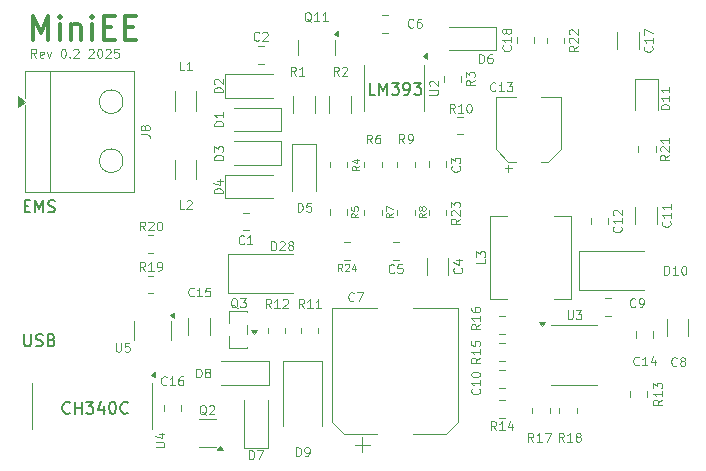
<source format=gto>
G04 #@! TF.GenerationSoftware,KiCad,Pcbnew,9.0.5*
G04 #@! TF.CreationDate,2025-10-24T16:35:50+02:00*
G04 #@! TF.ProjectId,Mini-EMS-ESP,4d696e69-2d45-44d5-932d-4553502e6b69,rev?*
G04 #@! TF.SameCoordinates,Original*
G04 #@! TF.FileFunction,Legend,Top*
G04 #@! TF.FilePolarity,Positive*
%FSLAX46Y46*%
G04 Gerber Fmt 4.6, Leading zero omitted, Abs format (unit mm)*
G04 Created by KiCad (PCBNEW 9.0.5) date 2025-10-24 16:35:50*
%MOMM*%
%LPD*%
G01*
G04 APERTURE LIST*
%ADD10C,0.300000*%
%ADD11C,0.150000*%
%ADD12C,0.120000*%
%ADD13C,0.100000*%
G04 APERTURE END LIST*
D10*
X72147275Y-88883876D02*
X72147275Y-86883876D01*
X72147275Y-86883876D02*
X72813942Y-88312447D01*
X72813942Y-88312447D02*
X73480608Y-86883876D01*
X73480608Y-86883876D02*
X73480608Y-88883876D01*
X74432989Y-88883876D02*
X74432989Y-87550542D01*
X74432989Y-86883876D02*
X74337751Y-86979114D01*
X74337751Y-86979114D02*
X74432989Y-87074352D01*
X74432989Y-87074352D02*
X74528227Y-86979114D01*
X74528227Y-86979114D02*
X74432989Y-86883876D01*
X74432989Y-86883876D02*
X74432989Y-87074352D01*
X75385370Y-87550542D02*
X75385370Y-88883876D01*
X75385370Y-87741018D02*
X75480608Y-87645780D01*
X75480608Y-87645780D02*
X75671084Y-87550542D01*
X75671084Y-87550542D02*
X75956799Y-87550542D01*
X75956799Y-87550542D02*
X76147275Y-87645780D01*
X76147275Y-87645780D02*
X76242513Y-87836257D01*
X76242513Y-87836257D02*
X76242513Y-88883876D01*
X77194894Y-88883876D02*
X77194894Y-87550542D01*
X77194894Y-86883876D02*
X77099656Y-86979114D01*
X77099656Y-86979114D02*
X77194894Y-87074352D01*
X77194894Y-87074352D02*
X77290132Y-86979114D01*
X77290132Y-86979114D02*
X77194894Y-86883876D01*
X77194894Y-86883876D02*
X77194894Y-87074352D01*
X78147275Y-87836257D02*
X78813942Y-87836257D01*
X79099656Y-88883876D02*
X78147275Y-88883876D01*
X78147275Y-88883876D02*
X78147275Y-86883876D01*
X78147275Y-86883876D02*
X79099656Y-86883876D01*
X79956799Y-87836257D02*
X80623466Y-87836257D01*
X80909180Y-88883876D02*
X79956799Y-88883876D01*
X79956799Y-88883876D02*
X79956799Y-86883876D01*
X79956799Y-86883876D02*
X80909180Y-86883876D01*
D11*
X71455959Y-102971619D02*
X71789292Y-102971619D01*
X71932149Y-103495429D02*
X71455959Y-103495429D01*
X71455959Y-103495429D02*
X71455959Y-102495429D01*
X71455959Y-102495429D02*
X71932149Y-102495429D01*
X72360721Y-103495429D02*
X72360721Y-102495429D01*
X72360721Y-102495429D02*
X72694054Y-103209714D01*
X72694054Y-103209714D02*
X73027387Y-102495429D01*
X73027387Y-102495429D02*
X73027387Y-103495429D01*
X73455959Y-103447810D02*
X73598816Y-103495429D01*
X73598816Y-103495429D02*
X73836911Y-103495429D01*
X73836911Y-103495429D02*
X73932149Y-103447810D01*
X73932149Y-103447810D02*
X73979768Y-103400190D01*
X73979768Y-103400190D02*
X74027387Y-103304952D01*
X74027387Y-103304952D02*
X74027387Y-103209714D01*
X74027387Y-103209714D02*
X73979768Y-103114476D01*
X73979768Y-103114476D02*
X73932149Y-103066857D01*
X73932149Y-103066857D02*
X73836911Y-103019238D01*
X73836911Y-103019238D02*
X73646435Y-102971619D01*
X73646435Y-102971619D02*
X73551197Y-102924000D01*
X73551197Y-102924000D02*
X73503578Y-102876381D01*
X73503578Y-102876381D02*
X73455959Y-102781143D01*
X73455959Y-102781143D02*
X73455959Y-102685905D01*
X73455959Y-102685905D02*
X73503578Y-102590667D01*
X73503578Y-102590667D02*
X73551197Y-102543048D01*
X73551197Y-102543048D02*
X73646435Y-102495429D01*
X73646435Y-102495429D02*
X73884530Y-102495429D01*
X73884530Y-102495429D02*
X74027387Y-102543048D01*
X101142969Y-93545019D02*
X100666779Y-93545019D01*
X100666779Y-93545019D02*
X100666779Y-92545019D01*
X101476303Y-93545019D02*
X101476303Y-92545019D01*
X101476303Y-92545019D02*
X101809636Y-93259304D01*
X101809636Y-93259304D02*
X102142969Y-92545019D01*
X102142969Y-92545019D02*
X102142969Y-93545019D01*
X102523922Y-92545019D02*
X103142969Y-92545019D01*
X103142969Y-92545019D02*
X102809636Y-92925971D01*
X102809636Y-92925971D02*
X102952493Y-92925971D01*
X102952493Y-92925971D02*
X103047731Y-92973590D01*
X103047731Y-92973590D02*
X103095350Y-93021209D01*
X103095350Y-93021209D02*
X103142969Y-93116447D01*
X103142969Y-93116447D02*
X103142969Y-93354542D01*
X103142969Y-93354542D02*
X103095350Y-93449780D01*
X103095350Y-93449780D02*
X103047731Y-93497400D01*
X103047731Y-93497400D02*
X102952493Y-93545019D01*
X102952493Y-93545019D02*
X102666779Y-93545019D01*
X102666779Y-93545019D02*
X102571541Y-93497400D01*
X102571541Y-93497400D02*
X102523922Y-93449780D01*
X103619160Y-93545019D02*
X103809636Y-93545019D01*
X103809636Y-93545019D02*
X103904874Y-93497400D01*
X103904874Y-93497400D02*
X103952493Y-93449780D01*
X103952493Y-93449780D02*
X104047731Y-93306923D01*
X104047731Y-93306923D02*
X104095350Y-93116447D01*
X104095350Y-93116447D02*
X104095350Y-92735495D01*
X104095350Y-92735495D02*
X104047731Y-92640257D01*
X104047731Y-92640257D02*
X104000112Y-92592638D01*
X104000112Y-92592638D02*
X103904874Y-92545019D01*
X103904874Y-92545019D02*
X103714398Y-92545019D01*
X103714398Y-92545019D02*
X103619160Y-92592638D01*
X103619160Y-92592638D02*
X103571541Y-92640257D01*
X103571541Y-92640257D02*
X103523922Y-92735495D01*
X103523922Y-92735495D02*
X103523922Y-92973590D01*
X103523922Y-92973590D02*
X103571541Y-93068828D01*
X103571541Y-93068828D02*
X103619160Y-93116447D01*
X103619160Y-93116447D02*
X103714398Y-93164066D01*
X103714398Y-93164066D02*
X103904874Y-93164066D01*
X103904874Y-93164066D02*
X104000112Y-93116447D01*
X104000112Y-93116447D02*
X104047731Y-93068828D01*
X104047731Y-93068828D02*
X104095350Y-92973590D01*
X104428684Y-92545019D02*
X105047731Y-92545019D01*
X105047731Y-92545019D02*
X104714398Y-92925971D01*
X104714398Y-92925971D02*
X104857255Y-92925971D01*
X104857255Y-92925971D02*
X104952493Y-92973590D01*
X104952493Y-92973590D02*
X105000112Y-93021209D01*
X105000112Y-93021209D02*
X105047731Y-93116447D01*
X105047731Y-93116447D02*
X105047731Y-93354542D01*
X105047731Y-93354542D02*
X105000112Y-93449780D01*
X105000112Y-93449780D02*
X104952493Y-93497400D01*
X104952493Y-93497400D02*
X104857255Y-93545019D01*
X104857255Y-93545019D02*
X104571541Y-93545019D01*
X104571541Y-93545019D02*
X104476303Y-93497400D01*
X104476303Y-93497400D02*
X104428684Y-93449780D01*
X71405979Y-113830219D02*
X71405979Y-114639742D01*
X71405979Y-114639742D02*
X71453598Y-114734980D01*
X71453598Y-114734980D02*
X71501217Y-114782600D01*
X71501217Y-114782600D02*
X71596455Y-114830219D01*
X71596455Y-114830219D02*
X71786931Y-114830219D01*
X71786931Y-114830219D02*
X71882169Y-114782600D01*
X71882169Y-114782600D02*
X71929788Y-114734980D01*
X71929788Y-114734980D02*
X71977407Y-114639742D01*
X71977407Y-114639742D02*
X71977407Y-113830219D01*
X72405979Y-114782600D02*
X72548836Y-114830219D01*
X72548836Y-114830219D02*
X72786931Y-114830219D01*
X72786931Y-114830219D02*
X72882169Y-114782600D01*
X72882169Y-114782600D02*
X72929788Y-114734980D01*
X72929788Y-114734980D02*
X72977407Y-114639742D01*
X72977407Y-114639742D02*
X72977407Y-114544504D01*
X72977407Y-114544504D02*
X72929788Y-114449266D01*
X72929788Y-114449266D02*
X72882169Y-114401647D01*
X72882169Y-114401647D02*
X72786931Y-114354028D01*
X72786931Y-114354028D02*
X72596455Y-114306409D01*
X72596455Y-114306409D02*
X72501217Y-114258790D01*
X72501217Y-114258790D02*
X72453598Y-114211171D01*
X72453598Y-114211171D02*
X72405979Y-114115933D01*
X72405979Y-114115933D02*
X72405979Y-114020695D01*
X72405979Y-114020695D02*
X72453598Y-113925457D01*
X72453598Y-113925457D02*
X72501217Y-113877838D01*
X72501217Y-113877838D02*
X72596455Y-113830219D01*
X72596455Y-113830219D02*
X72834550Y-113830219D01*
X72834550Y-113830219D02*
X72977407Y-113877838D01*
X73739312Y-114306409D02*
X73882169Y-114354028D01*
X73882169Y-114354028D02*
X73929788Y-114401647D01*
X73929788Y-114401647D02*
X73977407Y-114496885D01*
X73977407Y-114496885D02*
X73977407Y-114639742D01*
X73977407Y-114639742D02*
X73929788Y-114734980D01*
X73929788Y-114734980D02*
X73882169Y-114782600D01*
X73882169Y-114782600D02*
X73786931Y-114830219D01*
X73786931Y-114830219D02*
X73405979Y-114830219D01*
X73405979Y-114830219D02*
X73405979Y-113830219D01*
X73405979Y-113830219D02*
X73739312Y-113830219D01*
X73739312Y-113830219D02*
X73834550Y-113877838D01*
X73834550Y-113877838D02*
X73882169Y-113925457D01*
X73882169Y-113925457D02*
X73929788Y-114020695D01*
X73929788Y-114020695D02*
X73929788Y-114115933D01*
X73929788Y-114115933D02*
X73882169Y-114211171D01*
X73882169Y-114211171D02*
X73834550Y-114258790D01*
X73834550Y-114258790D02*
X73739312Y-114306409D01*
X73739312Y-114306409D02*
X73405979Y-114306409D01*
D12*
X72456559Y-90412391D02*
X72206559Y-90055248D01*
X72027988Y-90412391D02*
X72027988Y-89662391D01*
X72027988Y-89662391D02*
X72313702Y-89662391D01*
X72313702Y-89662391D02*
X72385131Y-89698105D01*
X72385131Y-89698105D02*
X72420845Y-89733819D01*
X72420845Y-89733819D02*
X72456559Y-89805248D01*
X72456559Y-89805248D02*
X72456559Y-89912391D01*
X72456559Y-89912391D02*
X72420845Y-89983819D01*
X72420845Y-89983819D02*
X72385131Y-90019534D01*
X72385131Y-90019534D02*
X72313702Y-90055248D01*
X72313702Y-90055248D02*
X72027988Y-90055248D01*
X73063702Y-90376677D02*
X72992274Y-90412391D01*
X72992274Y-90412391D02*
X72849417Y-90412391D01*
X72849417Y-90412391D02*
X72777988Y-90376677D01*
X72777988Y-90376677D02*
X72742274Y-90305248D01*
X72742274Y-90305248D02*
X72742274Y-90019534D01*
X72742274Y-90019534D02*
X72777988Y-89948105D01*
X72777988Y-89948105D02*
X72849417Y-89912391D01*
X72849417Y-89912391D02*
X72992274Y-89912391D01*
X72992274Y-89912391D02*
X73063702Y-89948105D01*
X73063702Y-89948105D02*
X73099417Y-90019534D01*
X73099417Y-90019534D02*
X73099417Y-90090962D01*
X73099417Y-90090962D02*
X72742274Y-90162391D01*
X73349416Y-89912391D02*
X73527988Y-90412391D01*
X73527988Y-90412391D02*
X73706559Y-89912391D01*
X74706560Y-89662391D02*
X74777989Y-89662391D01*
X74777989Y-89662391D02*
X74849417Y-89698105D01*
X74849417Y-89698105D02*
X74885132Y-89733819D01*
X74885132Y-89733819D02*
X74920846Y-89805248D01*
X74920846Y-89805248D02*
X74956560Y-89948105D01*
X74956560Y-89948105D02*
X74956560Y-90126677D01*
X74956560Y-90126677D02*
X74920846Y-90269534D01*
X74920846Y-90269534D02*
X74885132Y-90340962D01*
X74885132Y-90340962D02*
X74849417Y-90376677D01*
X74849417Y-90376677D02*
X74777989Y-90412391D01*
X74777989Y-90412391D02*
X74706560Y-90412391D01*
X74706560Y-90412391D02*
X74635132Y-90376677D01*
X74635132Y-90376677D02*
X74599417Y-90340962D01*
X74599417Y-90340962D02*
X74563703Y-90269534D01*
X74563703Y-90269534D02*
X74527989Y-90126677D01*
X74527989Y-90126677D02*
X74527989Y-89948105D01*
X74527989Y-89948105D02*
X74563703Y-89805248D01*
X74563703Y-89805248D02*
X74599417Y-89733819D01*
X74599417Y-89733819D02*
X74635132Y-89698105D01*
X74635132Y-89698105D02*
X74706560Y-89662391D01*
X75277989Y-90340962D02*
X75313703Y-90376677D01*
X75313703Y-90376677D02*
X75277989Y-90412391D01*
X75277989Y-90412391D02*
X75242275Y-90376677D01*
X75242275Y-90376677D02*
X75277989Y-90340962D01*
X75277989Y-90340962D02*
X75277989Y-90412391D01*
X75599418Y-89733819D02*
X75635132Y-89698105D01*
X75635132Y-89698105D02*
X75706561Y-89662391D01*
X75706561Y-89662391D02*
X75885132Y-89662391D01*
X75885132Y-89662391D02*
X75956561Y-89698105D01*
X75956561Y-89698105D02*
X75992275Y-89733819D01*
X75992275Y-89733819D02*
X76027989Y-89805248D01*
X76027989Y-89805248D02*
X76027989Y-89876677D01*
X76027989Y-89876677D02*
X75992275Y-89983819D01*
X75992275Y-89983819D02*
X75563703Y-90412391D01*
X75563703Y-90412391D02*
X76027989Y-90412391D01*
X76885133Y-89733819D02*
X76920847Y-89698105D01*
X76920847Y-89698105D02*
X76992276Y-89662391D01*
X76992276Y-89662391D02*
X77170847Y-89662391D01*
X77170847Y-89662391D02*
X77242276Y-89698105D01*
X77242276Y-89698105D02*
X77277990Y-89733819D01*
X77277990Y-89733819D02*
X77313704Y-89805248D01*
X77313704Y-89805248D02*
X77313704Y-89876677D01*
X77313704Y-89876677D02*
X77277990Y-89983819D01*
X77277990Y-89983819D02*
X76849418Y-90412391D01*
X76849418Y-90412391D02*
X77313704Y-90412391D01*
X77777990Y-89662391D02*
X77849419Y-89662391D01*
X77849419Y-89662391D02*
X77920847Y-89698105D01*
X77920847Y-89698105D02*
X77956562Y-89733819D01*
X77956562Y-89733819D02*
X77992276Y-89805248D01*
X77992276Y-89805248D02*
X78027990Y-89948105D01*
X78027990Y-89948105D02*
X78027990Y-90126677D01*
X78027990Y-90126677D02*
X77992276Y-90269534D01*
X77992276Y-90269534D02*
X77956562Y-90340962D01*
X77956562Y-90340962D02*
X77920847Y-90376677D01*
X77920847Y-90376677D02*
X77849419Y-90412391D01*
X77849419Y-90412391D02*
X77777990Y-90412391D01*
X77777990Y-90412391D02*
X77706562Y-90376677D01*
X77706562Y-90376677D02*
X77670847Y-90340962D01*
X77670847Y-90340962D02*
X77635133Y-90269534D01*
X77635133Y-90269534D02*
X77599419Y-90126677D01*
X77599419Y-90126677D02*
X77599419Y-89948105D01*
X77599419Y-89948105D02*
X77635133Y-89805248D01*
X77635133Y-89805248D02*
X77670847Y-89733819D01*
X77670847Y-89733819D02*
X77706562Y-89698105D01*
X77706562Y-89698105D02*
X77777990Y-89662391D01*
X78313705Y-89733819D02*
X78349419Y-89698105D01*
X78349419Y-89698105D02*
X78420848Y-89662391D01*
X78420848Y-89662391D02*
X78599419Y-89662391D01*
X78599419Y-89662391D02*
X78670848Y-89698105D01*
X78670848Y-89698105D02*
X78706562Y-89733819D01*
X78706562Y-89733819D02*
X78742276Y-89805248D01*
X78742276Y-89805248D02*
X78742276Y-89876677D01*
X78742276Y-89876677D02*
X78706562Y-89983819D01*
X78706562Y-89983819D02*
X78277990Y-90412391D01*
X78277990Y-90412391D02*
X78742276Y-90412391D01*
X79420848Y-89662391D02*
X79063705Y-89662391D01*
X79063705Y-89662391D02*
X79027991Y-90019534D01*
X79027991Y-90019534D02*
X79063705Y-89983819D01*
X79063705Y-89983819D02*
X79135134Y-89948105D01*
X79135134Y-89948105D02*
X79313705Y-89948105D01*
X79313705Y-89948105D02*
X79385134Y-89983819D01*
X79385134Y-89983819D02*
X79420848Y-90019534D01*
X79420848Y-90019534D02*
X79456562Y-90090962D01*
X79456562Y-90090962D02*
X79456562Y-90269534D01*
X79456562Y-90269534D02*
X79420848Y-90340962D01*
X79420848Y-90340962D02*
X79385134Y-90376677D01*
X79385134Y-90376677D02*
X79313705Y-90412391D01*
X79313705Y-90412391D02*
X79135134Y-90412391D01*
X79135134Y-90412391D02*
X79063705Y-90376677D01*
X79063705Y-90376677D02*
X79027991Y-90340962D01*
D11*
X75285207Y-120460569D02*
X75237588Y-120508189D01*
X75237588Y-120508189D02*
X75094731Y-120555808D01*
X75094731Y-120555808D02*
X74999493Y-120555808D01*
X74999493Y-120555808D02*
X74856636Y-120508189D01*
X74856636Y-120508189D02*
X74761398Y-120412950D01*
X74761398Y-120412950D02*
X74713779Y-120317712D01*
X74713779Y-120317712D02*
X74666160Y-120127236D01*
X74666160Y-120127236D02*
X74666160Y-119984379D01*
X74666160Y-119984379D02*
X74713779Y-119793903D01*
X74713779Y-119793903D02*
X74761398Y-119698665D01*
X74761398Y-119698665D02*
X74856636Y-119603427D01*
X74856636Y-119603427D02*
X74999493Y-119555808D01*
X74999493Y-119555808D02*
X75094731Y-119555808D01*
X75094731Y-119555808D02*
X75237588Y-119603427D01*
X75237588Y-119603427D02*
X75285207Y-119651046D01*
X75713779Y-120555808D02*
X75713779Y-119555808D01*
X75713779Y-120031998D02*
X76285207Y-120031998D01*
X76285207Y-120555808D02*
X76285207Y-119555808D01*
X76666160Y-119555808D02*
X77285207Y-119555808D01*
X77285207Y-119555808D02*
X76951874Y-119936760D01*
X76951874Y-119936760D02*
X77094731Y-119936760D01*
X77094731Y-119936760D02*
X77189969Y-119984379D01*
X77189969Y-119984379D02*
X77237588Y-120031998D01*
X77237588Y-120031998D02*
X77285207Y-120127236D01*
X77285207Y-120127236D02*
X77285207Y-120365331D01*
X77285207Y-120365331D02*
X77237588Y-120460569D01*
X77237588Y-120460569D02*
X77189969Y-120508189D01*
X77189969Y-120508189D02*
X77094731Y-120555808D01*
X77094731Y-120555808D02*
X76809017Y-120555808D01*
X76809017Y-120555808D02*
X76713779Y-120508189D01*
X76713779Y-120508189D02*
X76666160Y-120460569D01*
X78142350Y-119889141D02*
X78142350Y-120555808D01*
X77904255Y-119508189D02*
X77666160Y-120222474D01*
X77666160Y-120222474D02*
X78285207Y-120222474D01*
X78856636Y-119555808D02*
X78951874Y-119555808D01*
X78951874Y-119555808D02*
X79047112Y-119603427D01*
X79047112Y-119603427D02*
X79094731Y-119651046D01*
X79094731Y-119651046D02*
X79142350Y-119746284D01*
X79142350Y-119746284D02*
X79189969Y-119936760D01*
X79189969Y-119936760D02*
X79189969Y-120174855D01*
X79189969Y-120174855D02*
X79142350Y-120365331D01*
X79142350Y-120365331D02*
X79094731Y-120460569D01*
X79094731Y-120460569D02*
X79047112Y-120508189D01*
X79047112Y-120508189D02*
X78951874Y-120555808D01*
X78951874Y-120555808D02*
X78856636Y-120555808D01*
X78856636Y-120555808D02*
X78761398Y-120508189D01*
X78761398Y-120508189D02*
X78713779Y-120460569D01*
X78713779Y-120460569D02*
X78666160Y-120365331D01*
X78666160Y-120365331D02*
X78618541Y-120174855D01*
X78618541Y-120174855D02*
X78618541Y-119936760D01*
X78618541Y-119936760D02*
X78666160Y-119746284D01*
X78666160Y-119746284D02*
X78713779Y-119651046D01*
X78713779Y-119651046D02*
X78761398Y-119603427D01*
X78761398Y-119603427D02*
X78856636Y-119555808D01*
X80189969Y-120460569D02*
X80142350Y-120508189D01*
X80142350Y-120508189D02*
X79999493Y-120555808D01*
X79999493Y-120555808D02*
X79904255Y-120555808D01*
X79904255Y-120555808D02*
X79761398Y-120508189D01*
X79761398Y-120508189D02*
X79666160Y-120412950D01*
X79666160Y-120412950D02*
X79618541Y-120317712D01*
X79618541Y-120317712D02*
X79570922Y-120127236D01*
X79570922Y-120127236D02*
X79570922Y-119984379D01*
X79570922Y-119984379D02*
X79618541Y-119793903D01*
X79618541Y-119793903D02*
X79666160Y-119698665D01*
X79666160Y-119698665D02*
X79761398Y-119603427D01*
X79761398Y-119603427D02*
X79904255Y-119555808D01*
X79904255Y-119555808D02*
X79999493Y-119555808D01*
X79999493Y-119555808D02*
X80142350Y-119603427D01*
X80142350Y-119603427D02*
X80189969Y-119651046D01*
D12*
X109555850Y-92324954D02*
X109198707Y-92574954D01*
X109555850Y-92753525D02*
X108805850Y-92753525D01*
X108805850Y-92753525D02*
X108805850Y-92467811D01*
X108805850Y-92467811D02*
X108841564Y-92396382D01*
X108841564Y-92396382D02*
X108877278Y-92360668D01*
X108877278Y-92360668D02*
X108948707Y-92324954D01*
X108948707Y-92324954D02*
X109055850Y-92324954D01*
X109055850Y-92324954D02*
X109127278Y-92360668D01*
X109127278Y-92360668D02*
X109162993Y-92396382D01*
X109162993Y-92396382D02*
X109198707Y-92467811D01*
X109198707Y-92467811D02*
X109198707Y-92753525D01*
X108805850Y-92074954D02*
X108805850Y-91610668D01*
X108805850Y-91610668D02*
X109091564Y-91860668D01*
X109091564Y-91860668D02*
X109091564Y-91753525D01*
X109091564Y-91753525D02*
X109127278Y-91682097D01*
X109127278Y-91682097D02*
X109162993Y-91646382D01*
X109162993Y-91646382D02*
X109234421Y-91610668D01*
X109234421Y-91610668D02*
X109412993Y-91610668D01*
X109412993Y-91610668D02*
X109484421Y-91646382D01*
X109484421Y-91646382D02*
X109520136Y-91682097D01*
X109520136Y-91682097D02*
X109555850Y-91753525D01*
X109555850Y-91753525D02*
X109555850Y-91967811D01*
X109555850Y-91967811D02*
X109520136Y-92039239D01*
X109520136Y-92039239D02*
X109484421Y-92074954D01*
X92329456Y-111592724D02*
X92079456Y-111235581D01*
X91900885Y-111592724D02*
X91900885Y-110842724D01*
X91900885Y-110842724D02*
X92186599Y-110842724D01*
X92186599Y-110842724D02*
X92258028Y-110878438D01*
X92258028Y-110878438D02*
X92293742Y-110914152D01*
X92293742Y-110914152D02*
X92329456Y-110985581D01*
X92329456Y-110985581D02*
X92329456Y-111092724D01*
X92329456Y-111092724D02*
X92293742Y-111164152D01*
X92293742Y-111164152D02*
X92258028Y-111199867D01*
X92258028Y-111199867D02*
X92186599Y-111235581D01*
X92186599Y-111235581D02*
X91900885Y-111235581D01*
X93043742Y-111592724D02*
X92615171Y-111592724D01*
X92829456Y-111592724D02*
X92829456Y-110842724D01*
X92829456Y-110842724D02*
X92758028Y-110949867D01*
X92758028Y-110949867D02*
X92686599Y-111021295D01*
X92686599Y-111021295D02*
X92615171Y-111057010D01*
X93329457Y-110914152D02*
X93365171Y-110878438D01*
X93365171Y-110878438D02*
X93436600Y-110842724D01*
X93436600Y-110842724D02*
X93615171Y-110842724D01*
X93615171Y-110842724D02*
X93686600Y-110878438D01*
X93686600Y-110878438D02*
X93722314Y-110914152D01*
X93722314Y-110914152D02*
X93758028Y-110985581D01*
X93758028Y-110985581D02*
X93758028Y-111057010D01*
X93758028Y-111057010D02*
X93722314Y-111164152D01*
X93722314Y-111164152D02*
X93293742Y-111592724D01*
X93293742Y-111592724D02*
X93758028Y-111592724D01*
X123164280Y-111465159D02*
X123128566Y-111500874D01*
X123128566Y-111500874D02*
X123021423Y-111536588D01*
X123021423Y-111536588D02*
X122949995Y-111536588D01*
X122949995Y-111536588D02*
X122842852Y-111500874D01*
X122842852Y-111500874D02*
X122771423Y-111429445D01*
X122771423Y-111429445D02*
X122735709Y-111358016D01*
X122735709Y-111358016D02*
X122699995Y-111215159D01*
X122699995Y-111215159D02*
X122699995Y-111108016D01*
X122699995Y-111108016D02*
X122735709Y-110965159D01*
X122735709Y-110965159D02*
X122771423Y-110893731D01*
X122771423Y-110893731D02*
X122842852Y-110822302D01*
X122842852Y-110822302D02*
X122949995Y-110786588D01*
X122949995Y-110786588D02*
X123021423Y-110786588D01*
X123021423Y-110786588D02*
X123128566Y-110822302D01*
X123128566Y-110822302D02*
X123164280Y-110858016D01*
X123521423Y-111536588D02*
X123664280Y-111536588D01*
X123664280Y-111536588D02*
X123735709Y-111500874D01*
X123735709Y-111500874D02*
X123771423Y-111465159D01*
X123771423Y-111465159D02*
X123842852Y-111358016D01*
X123842852Y-111358016D02*
X123878566Y-111215159D01*
X123878566Y-111215159D02*
X123878566Y-110929445D01*
X123878566Y-110929445D02*
X123842852Y-110858016D01*
X123842852Y-110858016D02*
X123807138Y-110822302D01*
X123807138Y-110822302D02*
X123735709Y-110786588D01*
X123735709Y-110786588D02*
X123592852Y-110786588D01*
X123592852Y-110786588D02*
X123521423Y-110822302D01*
X123521423Y-110822302D02*
X123485709Y-110858016D01*
X123485709Y-110858016D02*
X123449995Y-110929445D01*
X123449995Y-110929445D02*
X123449995Y-111108016D01*
X123449995Y-111108016D02*
X123485709Y-111179445D01*
X123485709Y-111179445D02*
X123521423Y-111215159D01*
X123521423Y-111215159D02*
X123592852Y-111250874D01*
X123592852Y-111250874D02*
X123735709Y-111250874D01*
X123735709Y-111250874D02*
X123807138Y-111215159D01*
X123807138Y-111215159D02*
X123842852Y-111179445D01*
X123842852Y-111179445D02*
X123878566Y-111108016D01*
X108268011Y-99583052D02*
X108303726Y-99618766D01*
X108303726Y-99618766D02*
X108339440Y-99725909D01*
X108339440Y-99725909D02*
X108339440Y-99797337D01*
X108339440Y-99797337D02*
X108303726Y-99904480D01*
X108303726Y-99904480D02*
X108232297Y-99975909D01*
X108232297Y-99975909D02*
X108160868Y-100011623D01*
X108160868Y-100011623D02*
X108018011Y-100047337D01*
X108018011Y-100047337D02*
X107910868Y-100047337D01*
X107910868Y-100047337D02*
X107768011Y-100011623D01*
X107768011Y-100011623D02*
X107696583Y-99975909D01*
X107696583Y-99975909D02*
X107625154Y-99904480D01*
X107625154Y-99904480D02*
X107589440Y-99797337D01*
X107589440Y-99797337D02*
X107589440Y-99725909D01*
X107589440Y-99725909D02*
X107625154Y-99618766D01*
X107625154Y-99618766D02*
X107660868Y-99583052D01*
X107589440Y-99333052D02*
X107589440Y-98868766D01*
X107589440Y-98868766D02*
X107875154Y-99118766D01*
X107875154Y-99118766D02*
X107875154Y-99011623D01*
X107875154Y-99011623D02*
X107910868Y-98940195D01*
X107910868Y-98940195D02*
X107946583Y-98904480D01*
X107946583Y-98904480D02*
X108018011Y-98868766D01*
X108018011Y-98868766D02*
X108196583Y-98868766D01*
X108196583Y-98868766D02*
X108268011Y-98904480D01*
X108268011Y-98904480D02*
X108303726Y-98940195D01*
X108303726Y-98940195D02*
X108339440Y-99011623D01*
X108339440Y-99011623D02*
X108339440Y-99225909D01*
X108339440Y-99225909D02*
X108303726Y-99297337D01*
X108303726Y-99297337D02*
X108268011Y-99333052D01*
X121935295Y-104723743D02*
X121971010Y-104759457D01*
X121971010Y-104759457D02*
X122006724Y-104866600D01*
X122006724Y-104866600D02*
X122006724Y-104938028D01*
X122006724Y-104938028D02*
X121971010Y-105045171D01*
X121971010Y-105045171D02*
X121899581Y-105116600D01*
X121899581Y-105116600D02*
X121828152Y-105152314D01*
X121828152Y-105152314D02*
X121685295Y-105188028D01*
X121685295Y-105188028D02*
X121578152Y-105188028D01*
X121578152Y-105188028D02*
X121435295Y-105152314D01*
X121435295Y-105152314D02*
X121363867Y-105116600D01*
X121363867Y-105116600D02*
X121292438Y-105045171D01*
X121292438Y-105045171D02*
X121256724Y-104938028D01*
X121256724Y-104938028D02*
X121256724Y-104866600D01*
X121256724Y-104866600D02*
X121292438Y-104759457D01*
X121292438Y-104759457D02*
X121328152Y-104723743D01*
X122006724Y-104009457D02*
X122006724Y-104438028D01*
X122006724Y-104223743D02*
X121256724Y-104223743D01*
X121256724Y-104223743D02*
X121363867Y-104295171D01*
X121363867Y-104295171D02*
X121435295Y-104366600D01*
X121435295Y-104366600D02*
X121471010Y-104438028D01*
X121328152Y-103723742D02*
X121292438Y-103688028D01*
X121292438Y-103688028D02*
X121256724Y-103616600D01*
X121256724Y-103616600D02*
X121256724Y-103438028D01*
X121256724Y-103438028D02*
X121292438Y-103366600D01*
X121292438Y-103366600D02*
X121328152Y-103330885D01*
X121328152Y-103330885D02*
X121399581Y-103295171D01*
X121399581Y-103295171D02*
X121471010Y-103295171D01*
X121471010Y-103295171D02*
X121578152Y-103330885D01*
X121578152Y-103330885D02*
X122006724Y-103759457D01*
X122006724Y-103759457D02*
X122006724Y-103295171D01*
X88224724Y-101899571D02*
X87474724Y-101899571D01*
X87474724Y-101899571D02*
X87474724Y-101721000D01*
X87474724Y-101721000D02*
X87510438Y-101613857D01*
X87510438Y-101613857D02*
X87581867Y-101542428D01*
X87581867Y-101542428D02*
X87653295Y-101506714D01*
X87653295Y-101506714D02*
X87796152Y-101471000D01*
X87796152Y-101471000D02*
X87903295Y-101471000D01*
X87903295Y-101471000D02*
X88046152Y-101506714D01*
X88046152Y-101506714D02*
X88117581Y-101542428D01*
X88117581Y-101542428D02*
X88189010Y-101613857D01*
X88189010Y-101613857D02*
X88224724Y-101721000D01*
X88224724Y-101721000D02*
X88224724Y-101899571D01*
X87724724Y-100828143D02*
X88224724Y-100828143D01*
X87439010Y-101006714D02*
X87974724Y-101185285D01*
X87974724Y-101185285D02*
X87974724Y-100721000D01*
X123469158Y-116394616D02*
X123433444Y-116430331D01*
X123433444Y-116430331D02*
X123326301Y-116466045D01*
X123326301Y-116466045D02*
X123254873Y-116466045D01*
X123254873Y-116466045D02*
X123147730Y-116430331D01*
X123147730Y-116430331D02*
X123076301Y-116358902D01*
X123076301Y-116358902D02*
X123040587Y-116287473D01*
X123040587Y-116287473D02*
X123004873Y-116144616D01*
X123004873Y-116144616D02*
X123004873Y-116037473D01*
X123004873Y-116037473D02*
X123040587Y-115894616D01*
X123040587Y-115894616D02*
X123076301Y-115823188D01*
X123076301Y-115823188D02*
X123147730Y-115751759D01*
X123147730Y-115751759D02*
X123254873Y-115716045D01*
X123254873Y-115716045D02*
X123326301Y-115716045D01*
X123326301Y-115716045D02*
X123433444Y-115751759D01*
X123433444Y-115751759D02*
X123469158Y-115787473D01*
X124183444Y-116466045D02*
X123754873Y-116466045D01*
X123969158Y-116466045D02*
X123969158Y-115716045D01*
X123969158Y-115716045D02*
X123897730Y-115823188D01*
X123897730Y-115823188D02*
X123826301Y-115894616D01*
X123826301Y-115894616D02*
X123754873Y-115930331D01*
X124826302Y-115966045D02*
X124826302Y-116466045D01*
X124647730Y-115680331D02*
X124469159Y-116216045D01*
X124469159Y-116216045D02*
X124933444Y-116216045D01*
X81301124Y-96885999D02*
X81836838Y-96885999D01*
X81836838Y-96885999D02*
X81943981Y-96921714D01*
X81943981Y-96921714D02*
X82015410Y-96993142D01*
X82015410Y-96993142D02*
X82051124Y-97100285D01*
X82051124Y-97100285D02*
X82051124Y-97171714D01*
X81622552Y-96421713D02*
X81586838Y-96493142D01*
X81586838Y-96493142D02*
X81551124Y-96528856D01*
X81551124Y-96528856D02*
X81479695Y-96564570D01*
X81479695Y-96564570D02*
X81443981Y-96564570D01*
X81443981Y-96564570D02*
X81372552Y-96528856D01*
X81372552Y-96528856D02*
X81336838Y-96493142D01*
X81336838Y-96493142D02*
X81301124Y-96421713D01*
X81301124Y-96421713D02*
X81301124Y-96278856D01*
X81301124Y-96278856D02*
X81336838Y-96207428D01*
X81336838Y-96207428D02*
X81372552Y-96171713D01*
X81372552Y-96171713D02*
X81443981Y-96135999D01*
X81443981Y-96135999D02*
X81479695Y-96135999D01*
X81479695Y-96135999D02*
X81551124Y-96171713D01*
X81551124Y-96171713D02*
X81586838Y-96207428D01*
X81586838Y-96207428D02*
X81622552Y-96278856D01*
X81622552Y-96278856D02*
X81622552Y-96421713D01*
X81622552Y-96421713D02*
X81658267Y-96493142D01*
X81658267Y-96493142D02*
X81693981Y-96528856D01*
X81693981Y-96528856D02*
X81765410Y-96564570D01*
X81765410Y-96564570D02*
X81908267Y-96564570D01*
X81908267Y-96564570D02*
X81979695Y-96528856D01*
X81979695Y-96528856D02*
X82015410Y-96493142D01*
X82015410Y-96493142D02*
X82051124Y-96421713D01*
X82051124Y-96421713D02*
X82051124Y-96278856D01*
X82051124Y-96278856D02*
X82015410Y-96207428D01*
X82015410Y-96207428D02*
X81979695Y-96171713D01*
X81979695Y-96171713D02*
X81908267Y-96135999D01*
X81908267Y-96135999D02*
X81765410Y-96135999D01*
X81765410Y-96135999D02*
X81693981Y-96171713D01*
X81693981Y-96171713D02*
X81658267Y-96207428D01*
X81658267Y-96207428D02*
X81622552Y-96278856D01*
X85765980Y-110555962D02*
X85730266Y-110591677D01*
X85730266Y-110591677D02*
X85623123Y-110627391D01*
X85623123Y-110627391D02*
X85551695Y-110627391D01*
X85551695Y-110627391D02*
X85444552Y-110591677D01*
X85444552Y-110591677D02*
X85373123Y-110520248D01*
X85373123Y-110520248D02*
X85337409Y-110448819D01*
X85337409Y-110448819D02*
X85301695Y-110305962D01*
X85301695Y-110305962D02*
X85301695Y-110198819D01*
X85301695Y-110198819D02*
X85337409Y-110055962D01*
X85337409Y-110055962D02*
X85373123Y-109984534D01*
X85373123Y-109984534D02*
X85444552Y-109913105D01*
X85444552Y-109913105D02*
X85551695Y-109877391D01*
X85551695Y-109877391D02*
X85623123Y-109877391D01*
X85623123Y-109877391D02*
X85730266Y-109913105D01*
X85730266Y-109913105D02*
X85765980Y-109948819D01*
X86480266Y-110627391D02*
X86051695Y-110627391D01*
X86265980Y-110627391D02*
X86265980Y-109877391D01*
X86265980Y-109877391D02*
X86194552Y-109984534D01*
X86194552Y-109984534D02*
X86123123Y-110055962D01*
X86123123Y-110055962D02*
X86051695Y-110091677D01*
X87158838Y-109877391D02*
X86801695Y-109877391D01*
X86801695Y-109877391D02*
X86765981Y-110234534D01*
X86765981Y-110234534D02*
X86801695Y-110198819D01*
X86801695Y-110198819D02*
X86873124Y-110163105D01*
X86873124Y-110163105D02*
X87051695Y-110163105D01*
X87051695Y-110163105D02*
X87123124Y-110198819D01*
X87123124Y-110198819D02*
X87158838Y-110234534D01*
X87158838Y-110234534D02*
X87194552Y-110305962D01*
X87194552Y-110305962D02*
X87194552Y-110484534D01*
X87194552Y-110484534D02*
X87158838Y-110555962D01*
X87158838Y-110555962D02*
X87123124Y-110591677D01*
X87123124Y-110591677D02*
X87051695Y-110627391D01*
X87051695Y-110627391D02*
X86873124Y-110627391D01*
X86873124Y-110627391D02*
X86801695Y-110591677D01*
X86801695Y-110591677D02*
X86765981Y-110555962D01*
X105733724Y-93535428D02*
X106340867Y-93535428D01*
X106340867Y-93535428D02*
X106412295Y-93499714D01*
X106412295Y-93499714D02*
X106448010Y-93464000D01*
X106448010Y-93464000D02*
X106483724Y-93392571D01*
X106483724Y-93392571D02*
X106483724Y-93249714D01*
X106483724Y-93249714D02*
X106448010Y-93178285D01*
X106448010Y-93178285D02*
X106412295Y-93142571D01*
X106412295Y-93142571D02*
X106340867Y-93106857D01*
X106340867Y-93106857D02*
X105733724Y-93106857D01*
X105805152Y-92785428D02*
X105769438Y-92749714D01*
X105769438Y-92749714D02*
X105733724Y-92678286D01*
X105733724Y-92678286D02*
X105733724Y-92499714D01*
X105733724Y-92499714D02*
X105769438Y-92428286D01*
X105769438Y-92428286D02*
X105805152Y-92392571D01*
X105805152Y-92392571D02*
X105876581Y-92356857D01*
X105876581Y-92356857D02*
X105948010Y-92356857D01*
X105948010Y-92356857D02*
X106055152Y-92392571D01*
X106055152Y-92392571D02*
X106483724Y-92821143D01*
X106483724Y-92821143D02*
X106483724Y-92356857D01*
X95722611Y-87376878D02*
X95651182Y-87341164D01*
X95651182Y-87341164D02*
X95579754Y-87269736D01*
X95579754Y-87269736D02*
X95472611Y-87162593D01*
X95472611Y-87162593D02*
X95401182Y-87126878D01*
X95401182Y-87126878D02*
X95329754Y-87126878D01*
X95365468Y-87305450D02*
X95294040Y-87269736D01*
X95294040Y-87269736D02*
X95222611Y-87198307D01*
X95222611Y-87198307D02*
X95186897Y-87055450D01*
X95186897Y-87055450D02*
X95186897Y-86805450D01*
X95186897Y-86805450D02*
X95222611Y-86662593D01*
X95222611Y-86662593D02*
X95294040Y-86591164D01*
X95294040Y-86591164D02*
X95365468Y-86555450D01*
X95365468Y-86555450D02*
X95508325Y-86555450D01*
X95508325Y-86555450D02*
X95579754Y-86591164D01*
X95579754Y-86591164D02*
X95651182Y-86662593D01*
X95651182Y-86662593D02*
X95686897Y-86805450D01*
X95686897Y-86805450D02*
X95686897Y-87055450D01*
X95686897Y-87055450D02*
X95651182Y-87198307D01*
X95651182Y-87198307D02*
X95579754Y-87269736D01*
X95579754Y-87269736D02*
X95508325Y-87305450D01*
X95508325Y-87305450D02*
X95365468Y-87305450D01*
X96401182Y-87305450D02*
X95972611Y-87305450D01*
X96186896Y-87305450D02*
X96186896Y-86555450D01*
X96186896Y-86555450D02*
X96115468Y-86662593D01*
X96115468Y-86662593D02*
X96044039Y-86734021D01*
X96044039Y-86734021D02*
X95972611Y-86769736D01*
X97115468Y-87305450D02*
X96686897Y-87305450D01*
X96901182Y-87305450D02*
X96901182Y-86555450D01*
X96901182Y-86555450D02*
X96829754Y-86662593D01*
X96829754Y-86662593D02*
X96758325Y-86734021D01*
X96758325Y-86734021D02*
X96686897Y-86769736D01*
D13*
X105428371Y-103579599D02*
X105142657Y-103779599D01*
X105428371Y-103922456D02*
X104828371Y-103922456D01*
X104828371Y-103922456D02*
X104828371Y-103693885D01*
X104828371Y-103693885D02*
X104856942Y-103636742D01*
X104856942Y-103636742D02*
X104885514Y-103608171D01*
X104885514Y-103608171D02*
X104942657Y-103579599D01*
X104942657Y-103579599D02*
X105028371Y-103579599D01*
X105028371Y-103579599D02*
X105085514Y-103608171D01*
X105085514Y-103608171D02*
X105114085Y-103636742D01*
X105114085Y-103636742D02*
X105142657Y-103693885D01*
X105142657Y-103693885D02*
X105142657Y-103922456D01*
X105085514Y-103236742D02*
X105056942Y-103293885D01*
X105056942Y-103293885D02*
X105028371Y-103322456D01*
X105028371Y-103322456D02*
X104971228Y-103351028D01*
X104971228Y-103351028D02*
X104942657Y-103351028D01*
X104942657Y-103351028D02*
X104885514Y-103322456D01*
X104885514Y-103322456D02*
X104856942Y-103293885D01*
X104856942Y-103293885D02*
X104828371Y-103236742D01*
X104828371Y-103236742D02*
X104828371Y-103122456D01*
X104828371Y-103122456D02*
X104856942Y-103065314D01*
X104856942Y-103065314D02*
X104885514Y-103036742D01*
X104885514Y-103036742D02*
X104942657Y-103008171D01*
X104942657Y-103008171D02*
X104971228Y-103008171D01*
X104971228Y-103008171D02*
X105028371Y-103036742D01*
X105028371Y-103036742D02*
X105056942Y-103065314D01*
X105056942Y-103065314D02*
X105085514Y-103122456D01*
X105085514Y-103122456D02*
X105085514Y-103236742D01*
X105085514Y-103236742D02*
X105114085Y-103293885D01*
X105114085Y-103293885D02*
X105142657Y-103322456D01*
X105142657Y-103322456D02*
X105199800Y-103351028D01*
X105199800Y-103351028D02*
X105314085Y-103351028D01*
X105314085Y-103351028D02*
X105371228Y-103322456D01*
X105371228Y-103322456D02*
X105399800Y-103293885D01*
X105399800Y-103293885D02*
X105428371Y-103236742D01*
X105428371Y-103236742D02*
X105428371Y-103122456D01*
X105428371Y-103122456D02*
X105399800Y-103065314D01*
X105399800Y-103065314D02*
X105371228Y-103036742D01*
X105371228Y-103036742D02*
X105314085Y-103008171D01*
X105314085Y-103008171D02*
X105199800Y-103008171D01*
X105199800Y-103008171D02*
X105142657Y-103036742D01*
X105142657Y-103036742D02*
X105114085Y-103065314D01*
X105114085Y-103065314D02*
X105085514Y-103122456D01*
D12*
X82552924Y-123391017D02*
X83160067Y-123391017D01*
X83160067Y-123391017D02*
X83231495Y-123355303D01*
X83231495Y-123355303D02*
X83267210Y-123319589D01*
X83267210Y-123319589D02*
X83302924Y-123248160D01*
X83302924Y-123248160D02*
X83302924Y-123105303D01*
X83302924Y-123105303D02*
X83267210Y-123033874D01*
X83267210Y-123033874D02*
X83231495Y-122998160D01*
X83231495Y-122998160D02*
X83160067Y-122962446D01*
X83160067Y-122962446D02*
X82552924Y-122962446D01*
X82802924Y-122283875D02*
X83302924Y-122283875D01*
X82517210Y-122462446D02*
X83052924Y-122641017D01*
X83052924Y-122641017D02*
X83052924Y-122176732D01*
D13*
X99789571Y-99566399D02*
X99503857Y-99766399D01*
X99789571Y-99909256D02*
X99189571Y-99909256D01*
X99189571Y-99909256D02*
X99189571Y-99680685D01*
X99189571Y-99680685D02*
X99218142Y-99623542D01*
X99218142Y-99623542D02*
X99246714Y-99594971D01*
X99246714Y-99594971D02*
X99303857Y-99566399D01*
X99303857Y-99566399D02*
X99389571Y-99566399D01*
X99389571Y-99566399D02*
X99446714Y-99594971D01*
X99446714Y-99594971D02*
X99475285Y-99623542D01*
X99475285Y-99623542D02*
X99503857Y-99680685D01*
X99503857Y-99680685D02*
X99503857Y-99909256D01*
X99389571Y-99052114D02*
X99789571Y-99052114D01*
X99161000Y-99194971D02*
X99589571Y-99337828D01*
X99589571Y-99337828D02*
X99589571Y-98966399D01*
D12*
X111379456Y-121955924D02*
X111129456Y-121598781D01*
X110950885Y-121955924D02*
X110950885Y-121205924D01*
X110950885Y-121205924D02*
X111236599Y-121205924D01*
X111236599Y-121205924D02*
X111308028Y-121241638D01*
X111308028Y-121241638D02*
X111343742Y-121277352D01*
X111343742Y-121277352D02*
X111379456Y-121348781D01*
X111379456Y-121348781D02*
X111379456Y-121455924D01*
X111379456Y-121455924D02*
X111343742Y-121527352D01*
X111343742Y-121527352D02*
X111308028Y-121563067D01*
X111308028Y-121563067D02*
X111236599Y-121598781D01*
X111236599Y-121598781D02*
X110950885Y-121598781D01*
X112093742Y-121955924D02*
X111665171Y-121955924D01*
X111879456Y-121955924D02*
X111879456Y-121205924D01*
X111879456Y-121205924D02*
X111808028Y-121313067D01*
X111808028Y-121313067D02*
X111736599Y-121384495D01*
X111736599Y-121384495D02*
X111665171Y-121420210D01*
X112736600Y-121455924D02*
X112736600Y-121955924D01*
X112558028Y-121170210D02*
X112379457Y-121705924D01*
X112379457Y-121705924D02*
X112843742Y-121705924D01*
X125434724Y-119354143D02*
X125077581Y-119604143D01*
X125434724Y-119782714D02*
X124684724Y-119782714D01*
X124684724Y-119782714D02*
X124684724Y-119497000D01*
X124684724Y-119497000D02*
X124720438Y-119425571D01*
X124720438Y-119425571D02*
X124756152Y-119389857D01*
X124756152Y-119389857D02*
X124827581Y-119354143D01*
X124827581Y-119354143D02*
X124934724Y-119354143D01*
X124934724Y-119354143D02*
X125006152Y-119389857D01*
X125006152Y-119389857D02*
X125041867Y-119425571D01*
X125041867Y-119425571D02*
X125077581Y-119497000D01*
X125077581Y-119497000D02*
X125077581Y-119782714D01*
X125434724Y-118639857D02*
X125434724Y-119068428D01*
X125434724Y-118854143D02*
X124684724Y-118854143D01*
X124684724Y-118854143D02*
X124791867Y-118925571D01*
X124791867Y-118925571D02*
X124863295Y-118997000D01*
X124863295Y-118997000D02*
X124899010Y-119068428D01*
X124684724Y-118389857D02*
X124684724Y-117925571D01*
X124684724Y-117925571D02*
X124970438Y-118175571D01*
X124970438Y-118175571D02*
X124970438Y-118068428D01*
X124970438Y-118068428D02*
X125006152Y-117997000D01*
X125006152Y-117997000D02*
X125041867Y-117961285D01*
X125041867Y-117961285D02*
X125113295Y-117925571D01*
X125113295Y-117925571D02*
X125291867Y-117925571D01*
X125291867Y-117925571D02*
X125363295Y-117961285D01*
X125363295Y-117961285D02*
X125399010Y-117997000D01*
X125399010Y-117997000D02*
X125434724Y-118068428D01*
X125434724Y-118068428D02*
X125434724Y-118282714D01*
X125434724Y-118282714D02*
X125399010Y-118354142D01*
X125399010Y-118354142D02*
X125363295Y-118389857D01*
X125632065Y-108786911D02*
X125632065Y-108036911D01*
X125632065Y-108036911D02*
X125810636Y-108036911D01*
X125810636Y-108036911D02*
X125917779Y-108072625D01*
X125917779Y-108072625D02*
X125989208Y-108144054D01*
X125989208Y-108144054D02*
X126024922Y-108215482D01*
X126024922Y-108215482D02*
X126060636Y-108358339D01*
X126060636Y-108358339D02*
X126060636Y-108465482D01*
X126060636Y-108465482D02*
X126024922Y-108608339D01*
X126024922Y-108608339D02*
X125989208Y-108679768D01*
X125989208Y-108679768D02*
X125917779Y-108751197D01*
X125917779Y-108751197D02*
X125810636Y-108786911D01*
X125810636Y-108786911D02*
X125632065Y-108786911D01*
X126774922Y-108786911D02*
X126346351Y-108786911D01*
X126560636Y-108786911D02*
X126560636Y-108036911D01*
X126560636Y-108036911D02*
X126489208Y-108144054D01*
X126489208Y-108144054D02*
X126417779Y-108215482D01*
X126417779Y-108215482D02*
X126346351Y-108251197D01*
X127239208Y-108036911D02*
X127310637Y-108036911D01*
X127310637Y-108036911D02*
X127382065Y-108072625D01*
X127382065Y-108072625D02*
X127417780Y-108108339D01*
X127417780Y-108108339D02*
X127453494Y-108179768D01*
X127453494Y-108179768D02*
X127489208Y-108322625D01*
X127489208Y-108322625D02*
X127489208Y-108501197D01*
X127489208Y-108501197D02*
X127453494Y-108644054D01*
X127453494Y-108644054D02*
X127417780Y-108715482D01*
X127417780Y-108715482D02*
X127382065Y-108751197D01*
X127382065Y-108751197D02*
X127310637Y-108786911D01*
X127310637Y-108786911D02*
X127239208Y-108786911D01*
X127239208Y-108786911D02*
X127167780Y-108751197D01*
X127167780Y-108751197D02*
X127132065Y-108715482D01*
X127132065Y-108715482D02*
X127096351Y-108644054D01*
X127096351Y-108644054D02*
X127060637Y-108501197D01*
X127060637Y-108501197D02*
X127060637Y-108322625D01*
X127060637Y-108322625D02*
X127096351Y-108179768D01*
X127096351Y-108179768D02*
X127132065Y-108108339D01*
X127132065Y-108108339D02*
X127167780Y-108072625D01*
X127167780Y-108072625D02*
X127239208Y-108036911D01*
D13*
X98369485Y-108476371D02*
X98169485Y-108190657D01*
X98026628Y-108476371D02*
X98026628Y-107876371D01*
X98026628Y-107876371D02*
X98255199Y-107876371D01*
X98255199Y-107876371D02*
X98312342Y-107904942D01*
X98312342Y-107904942D02*
X98340913Y-107933514D01*
X98340913Y-107933514D02*
X98369485Y-107990657D01*
X98369485Y-107990657D02*
X98369485Y-108076371D01*
X98369485Y-108076371D02*
X98340913Y-108133514D01*
X98340913Y-108133514D02*
X98312342Y-108162085D01*
X98312342Y-108162085D02*
X98255199Y-108190657D01*
X98255199Y-108190657D02*
X98026628Y-108190657D01*
X98598056Y-107933514D02*
X98626628Y-107904942D01*
X98626628Y-107904942D02*
X98683771Y-107876371D01*
X98683771Y-107876371D02*
X98826628Y-107876371D01*
X98826628Y-107876371D02*
X98883771Y-107904942D01*
X98883771Y-107904942D02*
X98912342Y-107933514D01*
X98912342Y-107933514D02*
X98940913Y-107990657D01*
X98940913Y-107990657D02*
X98940913Y-108047800D01*
X98940913Y-108047800D02*
X98912342Y-108133514D01*
X98912342Y-108133514D02*
X98569485Y-108476371D01*
X98569485Y-108476371D02*
X98940913Y-108476371D01*
X99455200Y-108076371D02*
X99455200Y-108476371D01*
X99312342Y-107847800D02*
X99169485Y-108276371D01*
X99169485Y-108276371D02*
X99540914Y-108276371D01*
D12*
X126056110Y-94781459D02*
X125306110Y-94781459D01*
X125306110Y-94781459D02*
X125306110Y-94602888D01*
X125306110Y-94602888D02*
X125341824Y-94495745D01*
X125341824Y-94495745D02*
X125413253Y-94424316D01*
X125413253Y-94424316D02*
X125484681Y-94388602D01*
X125484681Y-94388602D02*
X125627538Y-94352888D01*
X125627538Y-94352888D02*
X125734681Y-94352888D01*
X125734681Y-94352888D02*
X125877538Y-94388602D01*
X125877538Y-94388602D02*
X125948967Y-94424316D01*
X125948967Y-94424316D02*
X126020396Y-94495745D01*
X126020396Y-94495745D02*
X126056110Y-94602888D01*
X126056110Y-94602888D02*
X126056110Y-94781459D01*
X126056110Y-93638602D02*
X126056110Y-94067173D01*
X126056110Y-93852888D02*
X125306110Y-93852888D01*
X125306110Y-93852888D02*
X125413253Y-93924316D01*
X125413253Y-93924316D02*
X125484681Y-93995745D01*
X125484681Y-93995745D02*
X125520396Y-94067173D01*
X126056110Y-92924316D02*
X126056110Y-93352887D01*
X126056110Y-93138602D02*
X125306110Y-93138602D01*
X125306110Y-93138602D02*
X125413253Y-93210030D01*
X125413253Y-93210030D02*
X125484681Y-93281459D01*
X125484681Y-93281459D02*
X125520396Y-93352887D01*
X89488971Y-111613352D02*
X89417542Y-111577638D01*
X89417542Y-111577638D02*
X89346114Y-111506210D01*
X89346114Y-111506210D02*
X89238971Y-111399067D01*
X89238971Y-111399067D02*
X89167542Y-111363352D01*
X89167542Y-111363352D02*
X89096114Y-111363352D01*
X89131828Y-111541924D02*
X89060400Y-111506210D01*
X89060400Y-111506210D02*
X88988971Y-111434781D01*
X88988971Y-111434781D02*
X88953257Y-111291924D01*
X88953257Y-111291924D02*
X88953257Y-111041924D01*
X88953257Y-111041924D02*
X88988971Y-110899067D01*
X88988971Y-110899067D02*
X89060400Y-110827638D01*
X89060400Y-110827638D02*
X89131828Y-110791924D01*
X89131828Y-110791924D02*
X89274685Y-110791924D01*
X89274685Y-110791924D02*
X89346114Y-110827638D01*
X89346114Y-110827638D02*
X89417542Y-110899067D01*
X89417542Y-110899067D02*
X89453257Y-111041924D01*
X89453257Y-111041924D02*
X89453257Y-111291924D01*
X89453257Y-111291924D02*
X89417542Y-111434781D01*
X89417542Y-111434781D02*
X89346114Y-111506210D01*
X89346114Y-111506210D02*
X89274685Y-111541924D01*
X89274685Y-111541924D02*
X89131828Y-111541924D01*
X89703256Y-110791924D02*
X90167542Y-110791924D01*
X90167542Y-110791924D02*
X89917542Y-111077638D01*
X89917542Y-111077638D02*
X90024685Y-111077638D01*
X90024685Y-111077638D02*
X90096114Y-111113352D01*
X90096114Y-111113352D02*
X90131828Y-111149067D01*
X90131828Y-111149067D02*
X90167542Y-111220495D01*
X90167542Y-111220495D02*
X90167542Y-111399067D01*
X90167542Y-111399067D02*
X90131828Y-111470495D01*
X90131828Y-111470495D02*
X90096114Y-111506210D01*
X90096114Y-111506210D02*
X90024685Y-111541924D01*
X90024685Y-111541924D02*
X89810399Y-111541924D01*
X89810399Y-111541924D02*
X89738971Y-111506210D01*
X89738971Y-111506210D02*
X89703256Y-111470495D01*
X104360163Y-87796304D02*
X104324449Y-87832019D01*
X104324449Y-87832019D02*
X104217306Y-87867733D01*
X104217306Y-87867733D02*
X104145878Y-87867733D01*
X104145878Y-87867733D02*
X104038735Y-87832019D01*
X104038735Y-87832019D02*
X103967306Y-87760590D01*
X103967306Y-87760590D02*
X103931592Y-87689161D01*
X103931592Y-87689161D02*
X103895878Y-87546304D01*
X103895878Y-87546304D02*
X103895878Y-87439161D01*
X103895878Y-87439161D02*
X103931592Y-87296304D01*
X103931592Y-87296304D02*
X103967306Y-87224876D01*
X103967306Y-87224876D02*
X104038735Y-87153447D01*
X104038735Y-87153447D02*
X104145878Y-87117733D01*
X104145878Y-87117733D02*
X104217306Y-87117733D01*
X104217306Y-87117733D02*
X104324449Y-87153447D01*
X104324449Y-87153447D02*
X104360163Y-87189161D01*
X105003021Y-87117733D02*
X104860163Y-87117733D01*
X104860163Y-87117733D02*
X104788735Y-87153447D01*
X104788735Y-87153447D02*
X104753021Y-87189161D01*
X104753021Y-87189161D02*
X104681592Y-87296304D01*
X104681592Y-87296304D02*
X104645878Y-87439161D01*
X104645878Y-87439161D02*
X104645878Y-87724876D01*
X104645878Y-87724876D02*
X104681592Y-87796304D01*
X104681592Y-87796304D02*
X104717306Y-87832019D01*
X104717306Y-87832019D02*
X104788735Y-87867733D01*
X104788735Y-87867733D02*
X104931592Y-87867733D01*
X104931592Y-87867733D02*
X105003021Y-87832019D01*
X105003021Y-87832019D02*
X105038735Y-87796304D01*
X105038735Y-87796304D02*
X105074449Y-87724876D01*
X105074449Y-87724876D02*
X105074449Y-87546304D01*
X105074449Y-87546304D02*
X105038735Y-87474876D01*
X105038735Y-87474876D02*
X105003021Y-87439161D01*
X105003021Y-87439161D02*
X104931592Y-87403447D01*
X104931592Y-87403447D02*
X104788735Y-87403447D01*
X104788735Y-87403447D02*
X104717306Y-87439161D01*
X104717306Y-87439161D02*
X104681592Y-87474876D01*
X104681592Y-87474876D02*
X104645878Y-87546304D01*
X88275524Y-96184571D02*
X87525524Y-96184571D01*
X87525524Y-96184571D02*
X87525524Y-96006000D01*
X87525524Y-96006000D02*
X87561238Y-95898857D01*
X87561238Y-95898857D02*
X87632667Y-95827428D01*
X87632667Y-95827428D02*
X87704095Y-95791714D01*
X87704095Y-95791714D02*
X87846952Y-95756000D01*
X87846952Y-95756000D02*
X87954095Y-95756000D01*
X87954095Y-95756000D02*
X88096952Y-95791714D01*
X88096952Y-95791714D02*
X88168381Y-95827428D01*
X88168381Y-95827428D02*
X88239810Y-95898857D01*
X88239810Y-95898857D02*
X88275524Y-96006000D01*
X88275524Y-96006000D02*
X88275524Y-96184571D01*
X88275524Y-95041714D02*
X88275524Y-95470285D01*
X88275524Y-95256000D02*
X87525524Y-95256000D01*
X87525524Y-95256000D02*
X87632667Y-95327428D01*
X87632667Y-95327428D02*
X87704095Y-95398857D01*
X87704095Y-95398857D02*
X87739810Y-95470285D01*
X110464735Y-107460906D02*
X110464735Y-107818049D01*
X110464735Y-107818049D02*
X109714735Y-107818049D01*
X109714735Y-107282335D02*
X109714735Y-106818049D01*
X109714735Y-106818049D02*
X110000449Y-107068049D01*
X110000449Y-107068049D02*
X110000449Y-106960906D01*
X110000449Y-106960906D02*
X110036163Y-106889478D01*
X110036163Y-106889478D02*
X110071878Y-106853763D01*
X110071878Y-106853763D02*
X110143306Y-106818049D01*
X110143306Y-106818049D02*
X110321878Y-106818049D01*
X110321878Y-106818049D02*
X110393306Y-106853763D01*
X110393306Y-106853763D02*
X110429021Y-106889478D01*
X110429021Y-106889478D02*
X110464735Y-106960906D01*
X110464735Y-106960906D02*
X110464735Y-107175192D01*
X110464735Y-107175192D02*
X110429021Y-107246620D01*
X110429021Y-107246620D02*
X110393306Y-107282335D01*
X110017924Y-115798143D02*
X109660781Y-116048143D01*
X110017924Y-116226714D02*
X109267924Y-116226714D01*
X109267924Y-116226714D02*
X109267924Y-115941000D01*
X109267924Y-115941000D02*
X109303638Y-115869571D01*
X109303638Y-115869571D02*
X109339352Y-115833857D01*
X109339352Y-115833857D02*
X109410781Y-115798143D01*
X109410781Y-115798143D02*
X109517924Y-115798143D01*
X109517924Y-115798143D02*
X109589352Y-115833857D01*
X109589352Y-115833857D02*
X109625067Y-115869571D01*
X109625067Y-115869571D02*
X109660781Y-115941000D01*
X109660781Y-115941000D02*
X109660781Y-116226714D01*
X110017924Y-115083857D02*
X110017924Y-115512428D01*
X110017924Y-115298143D02*
X109267924Y-115298143D01*
X109267924Y-115298143D02*
X109375067Y-115369571D01*
X109375067Y-115369571D02*
X109446495Y-115441000D01*
X109446495Y-115441000D02*
X109482210Y-115512428D01*
X109267924Y-114405285D02*
X109267924Y-114762428D01*
X109267924Y-114762428D02*
X109625067Y-114798142D01*
X109625067Y-114798142D02*
X109589352Y-114762428D01*
X109589352Y-114762428D02*
X109553638Y-114691000D01*
X109553638Y-114691000D02*
X109553638Y-114512428D01*
X109553638Y-114512428D02*
X109589352Y-114441000D01*
X109589352Y-114441000D02*
X109625067Y-114405285D01*
X109625067Y-114405285D02*
X109696495Y-114369571D01*
X109696495Y-114369571D02*
X109875067Y-114369571D01*
X109875067Y-114369571D02*
X109946495Y-114405285D01*
X109946495Y-114405285D02*
X109982210Y-114441000D01*
X109982210Y-114441000D02*
X110017924Y-114512428D01*
X110017924Y-114512428D02*
X110017924Y-114691000D01*
X110017924Y-114691000D02*
X109982210Y-114762428D01*
X109982210Y-114762428D02*
X109946495Y-114798142D01*
X90480028Y-124394324D02*
X90480028Y-123644324D01*
X90480028Y-123644324D02*
X90658599Y-123644324D01*
X90658599Y-123644324D02*
X90765742Y-123680038D01*
X90765742Y-123680038D02*
X90837171Y-123751467D01*
X90837171Y-123751467D02*
X90872885Y-123822895D01*
X90872885Y-123822895D02*
X90908599Y-123965752D01*
X90908599Y-123965752D02*
X90908599Y-124072895D01*
X90908599Y-124072895D02*
X90872885Y-124215752D01*
X90872885Y-124215752D02*
X90837171Y-124287181D01*
X90837171Y-124287181D02*
X90765742Y-124358610D01*
X90765742Y-124358610D02*
X90658599Y-124394324D01*
X90658599Y-124394324D02*
X90480028Y-124394324D01*
X91158599Y-123644324D02*
X91658599Y-123644324D01*
X91658599Y-123644324D02*
X91337171Y-124394324D01*
X100865399Y-97673524D02*
X100615399Y-97316381D01*
X100436828Y-97673524D02*
X100436828Y-96923524D01*
X100436828Y-96923524D02*
X100722542Y-96923524D01*
X100722542Y-96923524D02*
X100793971Y-96959238D01*
X100793971Y-96959238D02*
X100829685Y-96994952D01*
X100829685Y-96994952D02*
X100865399Y-97066381D01*
X100865399Y-97066381D02*
X100865399Y-97173524D01*
X100865399Y-97173524D02*
X100829685Y-97244952D01*
X100829685Y-97244952D02*
X100793971Y-97280667D01*
X100793971Y-97280667D02*
X100722542Y-97316381D01*
X100722542Y-97316381D02*
X100436828Y-97316381D01*
X101508257Y-96923524D02*
X101365399Y-96923524D01*
X101365399Y-96923524D02*
X101293971Y-96959238D01*
X101293971Y-96959238D02*
X101258257Y-96994952D01*
X101258257Y-96994952D02*
X101186828Y-97102095D01*
X101186828Y-97102095D02*
X101151114Y-97244952D01*
X101151114Y-97244952D02*
X101151114Y-97530667D01*
X101151114Y-97530667D02*
X101186828Y-97602095D01*
X101186828Y-97602095D02*
X101222542Y-97637810D01*
X101222542Y-97637810D02*
X101293971Y-97673524D01*
X101293971Y-97673524D02*
X101436828Y-97673524D01*
X101436828Y-97673524D02*
X101508257Y-97637810D01*
X101508257Y-97637810D02*
X101543971Y-97602095D01*
X101543971Y-97602095D02*
X101579685Y-97530667D01*
X101579685Y-97530667D02*
X101579685Y-97352095D01*
X101579685Y-97352095D02*
X101543971Y-97280667D01*
X101543971Y-97280667D02*
X101508257Y-97244952D01*
X101508257Y-97244952D02*
X101436828Y-97209238D01*
X101436828Y-97209238D02*
X101293971Y-97209238D01*
X101293971Y-97209238D02*
X101222542Y-97244952D01*
X101222542Y-97244952D02*
X101186828Y-97280667D01*
X101186828Y-97280667D02*
X101151114Y-97352095D01*
D13*
X102634371Y-103579599D02*
X102348657Y-103779599D01*
X102634371Y-103922456D02*
X102034371Y-103922456D01*
X102034371Y-103922456D02*
X102034371Y-103693885D01*
X102034371Y-103693885D02*
X102062942Y-103636742D01*
X102062942Y-103636742D02*
X102091514Y-103608171D01*
X102091514Y-103608171D02*
X102148657Y-103579599D01*
X102148657Y-103579599D02*
X102234371Y-103579599D01*
X102234371Y-103579599D02*
X102291514Y-103608171D01*
X102291514Y-103608171D02*
X102320085Y-103636742D01*
X102320085Y-103636742D02*
X102348657Y-103693885D01*
X102348657Y-103693885D02*
X102348657Y-103922456D01*
X102034371Y-103379599D02*
X102034371Y-102979599D01*
X102034371Y-102979599D02*
X102634371Y-103236742D01*
D12*
X103608599Y-97622724D02*
X103358599Y-97265581D01*
X103180028Y-97622724D02*
X103180028Y-96872724D01*
X103180028Y-96872724D02*
X103465742Y-96872724D01*
X103465742Y-96872724D02*
X103537171Y-96908438D01*
X103537171Y-96908438D02*
X103572885Y-96944152D01*
X103572885Y-96944152D02*
X103608599Y-97015581D01*
X103608599Y-97015581D02*
X103608599Y-97122724D01*
X103608599Y-97122724D02*
X103572885Y-97194152D01*
X103572885Y-97194152D02*
X103537171Y-97229867D01*
X103537171Y-97229867D02*
X103465742Y-97265581D01*
X103465742Y-97265581D02*
X103180028Y-97265581D01*
X103965742Y-97622724D02*
X104108599Y-97622724D01*
X104108599Y-97622724D02*
X104180028Y-97587010D01*
X104180028Y-97587010D02*
X104215742Y-97551295D01*
X104215742Y-97551295D02*
X104287171Y-97444152D01*
X104287171Y-97444152D02*
X104322885Y-97301295D01*
X104322885Y-97301295D02*
X104322885Y-97015581D01*
X104322885Y-97015581D02*
X104287171Y-96944152D01*
X104287171Y-96944152D02*
X104251457Y-96908438D01*
X104251457Y-96908438D02*
X104180028Y-96872724D01*
X104180028Y-96872724D02*
X104037171Y-96872724D01*
X104037171Y-96872724D02*
X103965742Y-96908438D01*
X103965742Y-96908438D02*
X103930028Y-96944152D01*
X103930028Y-96944152D02*
X103894314Y-97015581D01*
X103894314Y-97015581D02*
X103894314Y-97194152D01*
X103894314Y-97194152D02*
X103930028Y-97265581D01*
X103930028Y-97265581D02*
X103965742Y-97301295D01*
X103965742Y-97301295D02*
X104037171Y-97337010D01*
X104037171Y-97337010D02*
X104180028Y-97337010D01*
X104180028Y-97337010D02*
X104251457Y-97301295D01*
X104251457Y-97301295D02*
X104287171Y-97265581D01*
X104287171Y-97265581D02*
X104322885Y-97194152D01*
X117427264Y-111799598D02*
X117427264Y-112406741D01*
X117427264Y-112406741D02*
X117462978Y-112478169D01*
X117462978Y-112478169D02*
X117498693Y-112513884D01*
X117498693Y-112513884D02*
X117570121Y-112549598D01*
X117570121Y-112549598D02*
X117712978Y-112549598D01*
X117712978Y-112549598D02*
X117784407Y-112513884D01*
X117784407Y-112513884D02*
X117820121Y-112478169D01*
X117820121Y-112478169D02*
X117855835Y-112406741D01*
X117855835Y-112406741D02*
X117855835Y-111799598D01*
X118141549Y-111799598D02*
X118605835Y-111799598D01*
X118605835Y-111799598D02*
X118355835Y-112085312D01*
X118355835Y-112085312D02*
X118462978Y-112085312D01*
X118462978Y-112085312D02*
X118534407Y-112121026D01*
X118534407Y-112121026D02*
X118570121Y-112156741D01*
X118570121Y-112156741D02*
X118605835Y-112228169D01*
X118605835Y-112228169D02*
X118605835Y-112406741D01*
X118605835Y-112406741D02*
X118570121Y-112478169D01*
X118570121Y-112478169D02*
X118534407Y-112513884D01*
X118534407Y-112513884D02*
X118462978Y-112549598D01*
X118462978Y-112549598D02*
X118248692Y-112549598D01*
X118248692Y-112549598D02*
X118177264Y-112513884D01*
X118177264Y-112513884D02*
X118141549Y-112478169D01*
X126671799Y-116448895D02*
X126636085Y-116484610D01*
X126636085Y-116484610D02*
X126528942Y-116520324D01*
X126528942Y-116520324D02*
X126457514Y-116520324D01*
X126457514Y-116520324D02*
X126350371Y-116484610D01*
X126350371Y-116484610D02*
X126278942Y-116413181D01*
X126278942Y-116413181D02*
X126243228Y-116341752D01*
X126243228Y-116341752D02*
X126207514Y-116198895D01*
X126207514Y-116198895D02*
X126207514Y-116091752D01*
X126207514Y-116091752D02*
X126243228Y-115948895D01*
X126243228Y-115948895D02*
X126278942Y-115877467D01*
X126278942Y-115877467D02*
X126350371Y-115806038D01*
X126350371Y-115806038D02*
X126457514Y-115770324D01*
X126457514Y-115770324D02*
X126528942Y-115770324D01*
X126528942Y-115770324D02*
X126636085Y-115806038D01*
X126636085Y-115806038D02*
X126671799Y-115841752D01*
X127100371Y-116091752D02*
X127028942Y-116056038D01*
X127028942Y-116056038D02*
X126993228Y-116020324D01*
X126993228Y-116020324D02*
X126957514Y-115948895D01*
X126957514Y-115948895D02*
X126957514Y-115913181D01*
X126957514Y-115913181D02*
X126993228Y-115841752D01*
X126993228Y-115841752D02*
X127028942Y-115806038D01*
X127028942Y-115806038D02*
X127100371Y-115770324D01*
X127100371Y-115770324D02*
X127243228Y-115770324D01*
X127243228Y-115770324D02*
X127314657Y-115806038D01*
X127314657Y-115806038D02*
X127350371Y-115841752D01*
X127350371Y-115841752D02*
X127386085Y-115913181D01*
X127386085Y-115913181D02*
X127386085Y-115948895D01*
X127386085Y-115948895D02*
X127350371Y-116020324D01*
X127350371Y-116020324D02*
X127314657Y-116056038D01*
X127314657Y-116056038D02*
X127243228Y-116091752D01*
X127243228Y-116091752D02*
X127100371Y-116091752D01*
X127100371Y-116091752D02*
X127028942Y-116127467D01*
X127028942Y-116127467D02*
X126993228Y-116163181D01*
X126993228Y-116163181D02*
X126957514Y-116234610D01*
X126957514Y-116234610D02*
X126957514Y-116377467D01*
X126957514Y-116377467D02*
X126993228Y-116448895D01*
X126993228Y-116448895D02*
X127028942Y-116484610D01*
X127028942Y-116484610D02*
X127100371Y-116520324D01*
X127100371Y-116520324D02*
X127243228Y-116520324D01*
X127243228Y-116520324D02*
X127314657Y-116484610D01*
X127314657Y-116484610D02*
X127350371Y-116448895D01*
X127350371Y-116448895D02*
X127386085Y-116377467D01*
X127386085Y-116377467D02*
X127386085Y-116234610D01*
X127386085Y-116234610D02*
X127350371Y-116163181D01*
X127350371Y-116163181D02*
X127314657Y-116127467D01*
X127314657Y-116127467D02*
X127243228Y-116091752D01*
X110017924Y-112953343D02*
X109660781Y-113203343D01*
X110017924Y-113381914D02*
X109267924Y-113381914D01*
X109267924Y-113381914D02*
X109267924Y-113096200D01*
X109267924Y-113096200D02*
X109303638Y-113024771D01*
X109303638Y-113024771D02*
X109339352Y-112989057D01*
X109339352Y-112989057D02*
X109410781Y-112953343D01*
X109410781Y-112953343D02*
X109517924Y-112953343D01*
X109517924Y-112953343D02*
X109589352Y-112989057D01*
X109589352Y-112989057D02*
X109625067Y-113024771D01*
X109625067Y-113024771D02*
X109660781Y-113096200D01*
X109660781Y-113096200D02*
X109660781Y-113381914D01*
X110017924Y-112239057D02*
X110017924Y-112667628D01*
X110017924Y-112453343D02*
X109267924Y-112453343D01*
X109267924Y-112453343D02*
X109375067Y-112524771D01*
X109375067Y-112524771D02*
X109446495Y-112596200D01*
X109446495Y-112596200D02*
X109482210Y-112667628D01*
X109267924Y-111596200D02*
X109267924Y-111739057D01*
X109267924Y-111739057D02*
X109303638Y-111810485D01*
X109303638Y-111810485D02*
X109339352Y-111846200D01*
X109339352Y-111846200D02*
X109446495Y-111917628D01*
X109446495Y-111917628D02*
X109589352Y-111953342D01*
X109589352Y-111953342D02*
X109875067Y-111953342D01*
X109875067Y-111953342D02*
X109946495Y-111917628D01*
X109946495Y-111917628D02*
X109982210Y-111881914D01*
X109982210Y-111881914D02*
X110017924Y-111810485D01*
X110017924Y-111810485D02*
X110017924Y-111667628D01*
X110017924Y-111667628D02*
X109982210Y-111596200D01*
X109982210Y-111596200D02*
X109946495Y-111560485D01*
X109946495Y-111560485D02*
X109875067Y-111524771D01*
X109875067Y-111524771D02*
X109696495Y-111524771D01*
X109696495Y-111524771D02*
X109625067Y-111560485D01*
X109625067Y-111560485D02*
X109589352Y-111596200D01*
X109589352Y-111596200D02*
X109553638Y-111667628D01*
X109553638Y-111667628D02*
X109553638Y-111810485D01*
X109553638Y-111810485D02*
X109589352Y-111881914D01*
X109589352Y-111881914D02*
X109625067Y-111917628D01*
X109625067Y-111917628D02*
X109696495Y-111953342D01*
X126096026Y-104260980D02*
X126131741Y-104296694D01*
X126131741Y-104296694D02*
X126167455Y-104403837D01*
X126167455Y-104403837D02*
X126167455Y-104475265D01*
X126167455Y-104475265D02*
X126131741Y-104582408D01*
X126131741Y-104582408D02*
X126060312Y-104653837D01*
X126060312Y-104653837D02*
X125988883Y-104689551D01*
X125988883Y-104689551D02*
X125846026Y-104725265D01*
X125846026Y-104725265D02*
X125738883Y-104725265D01*
X125738883Y-104725265D02*
X125596026Y-104689551D01*
X125596026Y-104689551D02*
X125524598Y-104653837D01*
X125524598Y-104653837D02*
X125453169Y-104582408D01*
X125453169Y-104582408D02*
X125417455Y-104475265D01*
X125417455Y-104475265D02*
X125417455Y-104403837D01*
X125417455Y-104403837D02*
X125453169Y-104296694D01*
X125453169Y-104296694D02*
X125488883Y-104260980D01*
X126167455Y-103546694D02*
X126167455Y-103975265D01*
X126167455Y-103760980D02*
X125417455Y-103760980D01*
X125417455Y-103760980D02*
X125524598Y-103832408D01*
X125524598Y-103832408D02*
X125596026Y-103903837D01*
X125596026Y-103903837D02*
X125631741Y-103975265D01*
X126167455Y-102832408D02*
X126167455Y-103260979D01*
X126167455Y-103046694D02*
X125417455Y-103046694D01*
X125417455Y-103046694D02*
X125524598Y-103118122D01*
X125524598Y-103118122D02*
X125596026Y-103189551D01*
X125596026Y-103189551D02*
X125631741Y-103260979D01*
X88224724Y-93348238D02*
X87474724Y-93348238D01*
X87474724Y-93348238D02*
X87474724Y-93169667D01*
X87474724Y-93169667D02*
X87510438Y-93062524D01*
X87510438Y-93062524D02*
X87581867Y-92991095D01*
X87581867Y-92991095D02*
X87653295Y-92955381D01*
X87653295Y-92955381D02*
X87796152Y-92919667D01*
X87796152Y-92919667D02*
X87903295Y-92919667D01*
X87903295Y-92919667D02*
X88046152Y-92955381D01*
X88046152Y-92955381D02*
X88117581Y-92991095D01*
X88117581Y-92991095D02*
X88189010Y-93062524D01*
X88189010Y-93062524D02*
X88224724Y-93169667D01*
X88224724Y-93169667D02*
X88224724Y-93348238D01*
X87546152Y-92633952D02*
X87510438Y-92598238D01*
X87510438Y-92598238D02*
X87474724Y-92526810D01*
X87474724Y-92526810D02*
X87474724Y-92348238D01*
X87474724Y-92348238D02*
X87510438Y-92276810D01*
X87510438Y-92276810D02*
X87546152Y-92241095D01*
X87546152Y-92241095D02*
X87617581Y-92205381D01*
X87617581Y-92205381D02*
X87689010Y-92205381D01*
X87689010Y-92205381D02*
X87796152Y-92241095D01*
X87796152Y-92241095D02*
X88224724Y-92669667D01*
X88224724Y-92669667D02*
X88224724Y-92205381D01*
X118296937Y-89423898D02*
X117939794Y-89673898D01*
X118296937Y-89852469D02*
X117546937Y-89852469D01*
X117546937Y-89852469D02*
X117546937Y-89566755D01*
X117546937Y-89566755D02*
X117582651Y-89495326D01*
X117582651Y-89495326D02*
X117618365Y-89459612D01*
X117618365Y-89459612D02*
X117689794Y-89423898D01*
X117689794Y-89423898D02*
X117796937Y-89423898D01*
X117796937Y-89423898D02*
X117868365Y-89459612D01*
X117868365Y-89459612D02*
X117904080Y-89495326D01*
X117904080Y-89495326D02*
X117939794Y-89566755D01*
X117939794Y-89566755D02*
X117939794Y-89852469D01*
X117618365Y-89138183D02*
X117582651Y-89102469D01*
X117582651Y-89102469D02*
X117546937Y-89031041D01*
X117546937Y-89031041D02*
X117546937Y-88852469D01*
X117546937Y-88852469D02*
X117582651Y-88781041D01*
X117582651Y-88781041D02*
X117618365Y-88745326D01*
X117618365Y-88745326D02*
X117689794Y-88709612D01*
X117689794Y-88709612D02*
X117761223Y-88709612D01*
X117761223Y-88709612D02*
X117868365Y-88745326D01*
X117868365Y-88745326D02*
X118296937Y-89173898D01*
X118296937Y-89173898D02*
X118296937Y-88709612D01*
X117618365Y-88423897D02*
X117582651Y-88388183D01*
X117582651Y-88388183D02*
X117546937Y-88316755D01*
X117546937Y-88316755D02*
X117546937Y-88138183D01*
X117546937Y-88138183D02*
X117582651Y-88066755D01*
X117582651Y-88066755D02*
X117618365Y-88031040D01*
X117618365Y-88031040D02*
X117689794Y-87995326D01*
X117689794Y-87995326D02*
X117761223Y-87995326D01*
X117761223Y-87995326D02*
X117868365Y-88031040D01*
X117868365Y-88031040D02*
X118296937Y-88459612D01*
X118296937Y-88459612D02*
X118296937Y-87995326D01*
X90039569Y-106128038D02*
X90003855Y-106163753D01*
X90003855Y-106163753D02*
X89896712Y-106199467D01*
X89896712Y-106199467D02*
X89825284Y-106199467D01*
X89825284Y-106199467D02*
X89718141Y-106163753D01*
X89718141Y-106163753D02*
X89646712Y-106092324D01*
X89646712Y-106092324D02*
X89610998Y-106020895D01*
X89610998Y-106020895D02*
X89575284Y-105878038D01*
X89575284Y-105878038D02*
X89575284Y-105770895D01*
X89575284Y-105770895D02*
X89610998Y-105628038D01*
X89610998Y-105628038D02*
X89646712Y-105556610D01*
X89646712Y-105556610D02*
X89718141Y-105485181D01*
X89718141Y-105485181D02*
X89825284Y-105449467D01*
X89825284Y-105449467D02*
X89896712Y-105449467D01*
X89896712Y-105449467D02*
X90003855Y-105485181D01*
X90003855Y-105485181D02*
X90039569Y-105520895D01*
X90753855Y-106199467D02*
X90325284Y-106199467D01*
X90539569Y-106199467D02*
X90539569Y-105449467D01*
X90539569Y-105449467D02*
X90468141Y-105556610D01*
X90468141Y-105556610D02*
X90396712Y-105628038D01*
X90396712Y-105628038D02*
X90325284Y-105663753D01*
X91310953Y-88913209D02*
X91275239Y-88948924D01*
X91275239Y-88948924D02*
X91168096Y-88984638D01*
X91168096Y-88984638D02*
X91096668Y-88984638D01*
X91096668Y-88984638D02*
X90989525Y-88948924D01*
X90989525Y-88948924D02*
X90918096Y-88877495D01*
X90918096Y-88877495D02*
X90882382Y-88806066D01*
X90882382Y-88806066D02*
X90846668Y-88663209D01*
X90846668Y-88663209D02*
X90846668Y-88556066D01*
X90846668Y-88556066D02*
X90882382Y-88413209D01*
X90882382Y-88413209D02*
X90918096Y-88341781D01*
X90918096Y-88341781D02*
X90989525Y-88270352D01*
X90989525Y-88270352D02*
X91096668Y-88234638D01*
X91096668Y-88234638D02*
X91168096Y-88234638D01*
X91168096Y-88234638D02*
X91275239Y-88270352D01*
X91275239Y-88270352D02*
X91310953Y-88306066D01*
X91596668Y-88306066D02*
X91632382Y-88270352D01*
X91632382Y-88270352D02*
X91703811Y-88234638D01*
X91703811Y-88234638D02*
X91882382Y-88234638D01*
X91882382Y-88234638D02*
X91953811Y-88270352D01*
X91953811Y-88270352D02*
X91989525Y-88306066D01*
X91989525Y-88306066D02*
X92025239Y-88377495D01*
X92025239Y-88377495D02*
X92025239Y-88448924D01*
X92025239Y-88448924D02*
X91989525Y-88556066D01*
X91989525Y-88556066D02*
X91560953Y-88984638D01*
X91560953Y-88984638D02*
X92025239Y-88984638D01*
X109936428Y-90866324D02*
X109936428Y-90116324D01*
X109936428Y-90116324D02*
X110114999Y-90116324D01*
X110114999Y-90116324D02*
X110222142Y-90152038D01*
X110222142Y-90152038D02*
X110293571Y-90223467D01*
X110293571Y-90223467D02*
X110329285Y-90294895D01*
X110329285Y-90294895D02*
X110364999Y-90437752D01*
X110364999Y-90437752D02*
X110364999Y-90544895D01*
X110364999Y-90544895D02*
X110329285Y-90687752D01*
X110329285Y-90687752D02*
X110293571Y-90759181D01*
X110293571Y-90759181D02*
X110222142Y-90830610D01*
X110222142Y-90830610D02*
X110114999Y-90866324D01*
X110114999Y-90866324D02*
X109936428Y-90866324D01*
X111007857Y-90116324D02*
X110864999Y-90116324D01*
X110864999Y-90116324D02*
X110793571Y-90152038D01*
X110793571Y-90152038D02*
X110757857Y-90187752D01*
X110757857Y-90187752D02*
X110686428Y-90294895D01*
X110686428Y-90294895D02*
X110650714Y-90437752D01*
X110650714Y-90437752D02*
X110650714Y-90723467D01*
X110650714Y-90723467D02*
X110686428Y-90794895D01*
X110686428Y-90794895D02*
X110722142Y-90830610D01*
X110722142Y-90830610D02*
X110793571Y-90866324D01*
X110793571Y-90866324D02*
X110936428Y-90866324D01*
X110936428Y-90866324D02*
X111007857Y-90830610D01*
X111007857Y-90830610D02*
X111043571Y-90794895D01*
X111043571Y-90794895D02*
X111079285Y-90723467D01*
X111079285Y-90723467D02*
X111079285Y-90544895D01*
X111079285Y-90544895D02*
X111043571Y-90473467D01*
X111043571Y-90473467D02*
X111007857Y-90437752D01*
X111007857Y-90437752D02*
X110936428Y-90402038D01*
X110936428Y-90402038D02*
X110793571Y-90402038D01*
X110793571Y-90402038D02*
X110722142Y-90437752D01*
X110722142Y-90437752D02*
X110686428Y-90473467D01*
X110686428Y-90473467D02*
X110650714Y-90544895D01*
X94404840Y-91921973D02*
X94154840Y-91564830D01*
X93976269Y-91921973D02*
X93976269Y-91171973D01*
X93976269Y-91171973D02*
X94261983Y-91171973D01*
X94261983Y-91171973D02*
X94333412Y-91207687D01*
X94333412Y-91207687D02*
X94369126Y-91243401D01*
X94369126Y-91243401D02*
X94404840Y-91314830D01*
X94404840Y-91314830D02*
X94404840Y-91421973D01*
X94404840Y-91421973D02*
X94369126Y-91493401D01*
X94369126Y-91493401D02*
X94333412Y-91529116D01*
X94333412Y-91529116D02*
X94261983Y-91564830D01*
X94261983Y-91564830D02*
X93976269Y-91564830D01*
X95119126Y-91921973D02*
X94690555Y-91921973D01*
X94904840Y-91921973D02*
X94904840Y-91171973D01*
X94904840Y-91171973D02*
X94833412Y-91279116D01*
X94833412Y-91279116D02*
X94761983Y-91350544D01*
X94761983Y-91350544D02*
X94690555Y-91386259D01*
X112584656Y-89375186D02*
X112620371Y-89410900D01*
X112620371Y-89410900D02*
X112656085Y-89518043D01*
X112656085Y-89518043D02*
X112656085Y-89589471D01*
X112656085Y-89589471D02*
X112620371Y-89696614D01*
X112620371Y-89696614D02*
X112548942Y-89768043D01*
X112548942Y-89768043D02*
X112477513Y-89803757D01*
X112477513Y-89803757D02*
X112334656Y-89839471D01*
X112334656Y-89839471D02*
X112227513Y-89839471D01*
X112227513Y-89839471D02*
X112084656Y-89803757D01*
X112084656Y-89803757D02*
X112013228Y-89768043D01*
X112013228Y-89768043D02*
X111941799Y-89696614D01*
X111941799Y-89696614D02*
X111906085Y-89589471D01*
X111906085Y-89589471D02*
X111906085Y-89518043D01*
X111906085Y-89518043D02*
X111941799Y-89410900D01*
X111941799Y-89410900D02*
X111977513Y-89375186D01*
X112656085Y-88660900D02*
X112656085Y-89089471D01*
X112656085Y-88875186D02*
X111906085Y-88875186D01*
X111906085Y-88875186D02*
X112013228Y-88946614D01*
X112013228Y-88946614D02*
X112084656Y-89018043D01*
X112084656Y-89018043D02*
X112120371Y-89089471D01*
X112227513Y-88232328D02*
X112191799Y-88303757D01*
X112191799Y-88303757D02*
X112156085Y-88339471D01*
X112156085Y-88339471D02*
X112084656Y-88375185D01*
X112084656Y-88375185D02*
X112048942Y-88375185D01*
X112048942Y-88375185D02*
X111977513Y-88339471D01*
X111977513Y-88339471D02*
X111941799Y-88303757D01*
X111941799Y-88303757D02*
X111906085Y-88232328D01*
X111906085Y-88232328D02*
X111906085Y-88089471D01*
X111906085Y-88089471D02*
X111941799Y-88018043D01*
X111941799Y-88018043D02*
X111977513Y-87982328D01*
X111977513Y-87982328D02*
X112048942Y-87946614D01*
X112048942Y-87946614D02*
X112084656Y-87946614D01*
X112084656Y-87946614D02*
X112156085Y-87982328D01*
X112156085Y-87982328D02*
X112191799Y-88018043D01*
X112191799Y-88018043D02*
X112227513Y-88089471D01*
X112227513Y-88089471D02*
X112227513Y-88232328D01*
X112227513Y-88232328D02*
X112263228Y-88303757D01*
X112263228Y-88303757D02*
X112298942Y-88339471D01*
X112298942Y-88339471D02*
X112370371Y-88375185D01*
X112370371Y-88375185D02*
X112513228Y-88375185D01*
X112513228Y-88375185D02*
X112584656Y-88339471D01*
X112584656Y-88339471D02*
X112620371Y-88303757D01*
X112620371Y-88303757D02*
X112656085Y-88232328D01*
X112656085Y-88232328D02*
X112656085Y-88089471D01*
X112656085Y-88089471D02*
X112620371Y-88018043D01*
X112620371Y-88018043D02*
X112584656Y-87982328D01*
X112584656Y-87982328D02*
X112513228Y-87946614D01*
X112513228Y-87946614D02*
X112370371Y-87946614D01*
X112370371Y-87946614D02*
X112298942Y-87982328D01*
X112298942Y-87982328D02*
X112263228Y-88018043D01*
X112263228Y-88018043D02*
X112227513Y-88089471D01*
X114529056Y-122921124D02*
X114279056Y-122563981D01*
X114100485Y-122921124D02*
X114100485Y-122171124D01*
X114100485Y-122171124D02*
X114386199Y-122171124D01*
X114386199Y-122171124D02*
X114457628Y-122206838D01*
X114457628Y-122206838D02*
X114493342Y-122242552D01*
X114493342Y-122242552D02*
X114529056Y-122313981D01*
X114529056Y-122313981D02*
X114529056Y-122421124D01*
X114529056Y-122421124D02*
X114493342Y-122492552D01*
X114493342Y-122492552D02*
X114457628Y-122528267D01*
X114457628Y-122528267D02*
X114386199Y-122563981D01*
X114386199Y-122563981D02*
X114100485Y-122563981D01*
X115243342Y-122921124D02*
X114814771Y-122921124D01*
X115029056Y-122921124D02*
X115029056Y-122171124D01*
X115029056Y-122171124D02*
X114957628Y-122278267D01*
X114957628Y-122278267D02*
X114886199Y-122349695D01*
X114886199Y-122349695D02*
X114814771Y-122385410D01*
X115493342Y-122171124D02*
X115993342Y-122171124D01*
X115993342Y-122171124D02*
X115671914Y-122921124D01*
X83477039Y-118067135D02*
X83441325Y-118102850D01*
X83441325Y-118102850D02*
X83334182Y-118138564D01*
X83334182Y-118138564D02*
X83262754Y-118138564D01*
X83262754Y-118138564D02*
X83155611Y-118102850D01*
X83155611Y-118102850D02*
X83084182Y-118031421D01*
X83084182Y-118031421D02*
X83048468Y-117959992D01*
X83048468Y-117959992D02*
X83012754Y-117817135D01*
X83012754Y-117817135D02*
X83012754Y-117709992D01*
X83012754Y-117709992D02*
X83048468Y-117567135D01*
X83048468Y-117567135D02*
X83084182Y-117495707D01*
X83084182Y-117495707D02*
X83155611Y-117424278D01*
X83155611Y-117424278D02*
X83262754Y-117388564D01*
X83262754Y-117388564D02*
X83334182Y-117388564D01*
X83334182Y-117388564D02*
X83441325Y-117424278D01*
X83441325Y-117424278D02*
X83477039Y-117459992D01*
X84191325Y-118138564D02*
X83762754Y-118138564D01*
X83977039Y-118138564D02*
X83977039Y-117388564D01*
X83977039Y-117388564D02*
X83905611Y-117495707D01*
X83905611Y-117495707D02*
X83834182Y-117567135D01*
X83834182Y-117567135D02*
X83762754Y-117602850D01*
X84834183Y-117388564D02*
X84691325Y-117388564D01*
X84691325Y-117388564D02*
X84619897Y-117424278D01*
X84619897Y-117424278D02*
X84584183Y-117459992D01*
X84584183Y-117459992D02*
X84512754Y-117567135D01*
X84512754Y-117567135D02*
X84477040Y-117709992D01*
X84477040Y-117709992D02*
X84477040Y-117995707D01*
X84477040Y-117995707D02*
X84512754Y-118067135D01*
X84512754Y-118067135D02*
X84548468Y-118102850D01*
X84548468Y-118102850D02*
X84619897Y-118138564D01*
X84619897Y-118138564D02*
X84762754Y-118138564D01*
X84762754Y-118138564D02*
X84834183Y-118102850D01*
X84834183Y-118102850D02*
X84869897Y-118067135D01*
X84869897Y-118067135D02*
X84905611Y-117995707D01*
X84905611Y-117995707D02*
X84905611Y-117817135D01*
X84905611Y-117817135D02*
X84869897Y-117745707D01*
X84869897Y-117745707D02*
X84834183Y-117709992D01*
X84834183Y-117709992D02*
X84762754Y-117674278D01*
X84762754Y-117674278D02*
X84619897Y-117674278D01*
X84619897Y-117674278D02*
X84548468Y-117709992D01*
X84548468Y-117709992D02*
X84512754Y-117745707D01*
X84512754Y-117745707D02*
X84477040Y-117817135D01*
X107870779Y-95068832D02*
X107620779Y-94711689D01*
X107442208Y-95068832D02*
X107442208Y-94318832D01*
X107442208Y-94318832D02*
X107727922Y-94318832D01*
X107727922Y-94318832D02*
X107799351Y-94354546D01*
X107799351Y-94354546D02*
X107835065Y-94390260D01*
X107835065Y-94390260D02*
X107870779Y-94461689D01*
X107870779Y-94461689D02*
X107870779Y-94568832D01*
X107870779Y-94568832D02*
X107835065Y-94640260D01*
X107835065Y-94640260D02*
X107799351Y-94675975D01*
X107799351Y-94675975D02*
X107727922Y-94711689D01*
X107727922Y-94711689D02*
X107442208Y-94711689D01*
X108585065Y-95068832D02*
X108156494Y-95068832D01*
X108370779Y-95068832D02*
X108370779Y-94318832D01*
X108370779Y-94318832D02*
X108299351Y-94425975D01*
X108299351Y-94425975D02*
X108227922Y-94497403D01*
X108227922Y-94497403D02*
X108156494Y-94533118D01*
X109049351Y-94318832D02*
X109120780Y-94318832D01*
X109120780Y-94318832D02*
X109192208Y-94354546D01*
X109192208Y-94354546D02*
X109227923Y-94390260D01*
X109227923Y-94390260D02*
X109263637Y-94461689D01*
X109263637Y-94461689D02*
X109299351Y-94604546D01*
X109299351Y-94604546D02*
X109299351Y-94783118D01*
X109299351Y-94783118D02*
X109263637Y-94925975D01*
X109263637Y-94925975D02*
X109227923Y-94997403D01*
X109227923Y-94997403D02*
X109192208Y-95033118D01*
X109192208Y-95033118D02*
X109120780Y-95068832D01*
X109120780Y-95068832D02*
X109049351Y-95068832D01*
X109049351Y-95068832D02*
X108977923Y-95033118D01*
X108977923Y-95033118D02*
X108942208Y-94997403D01*
X108942208Y-94997403D02*
X108906494Y-94925975D01*
X108906494Y-94925975D02*
X108870780Y-94783118D01*
X108870780Y-94783118D02*
X108870780Y-94604546D01*
X108870780Y-94604546D02*
X108906494Y-94461689D01*
X108906494Y-94461689D02*
X108942208Y-94390260D01*
X108942208Y-94390260D02*
X108977923Y-94354546D01*
X108977923Y-94354546D02*
X109049351Y-94318832D01*
X111328656Y-93182495D02*
X111292942Y-93218210D01*
X111292942Y-93218210D02*
X111185799Y-93253924D01*
X111185799Y-93253924D02*
X111114371Y-93253924D01*
X111114371Y-93253924D02*
X111007228Y-93218210D01*
X111007228Y-93218210D02*
X110935799Y-93146781D01*
X110935799Y-93146781D02*
X110900085Y-93075352D01*
X110900085Y-93075352D02*
X110864371Y-92932495D01*
X110864371Y-92932495D02*
X110864371Y-92825352D01*
X110864371Y-92825352D02*
X110900085Y-92682495D01*
X110900085Y-92682495D02*
X110935799Y-92611067D01*
X110935799Y-92611067D02*
X111007228Y-92539638D01*
X111007228Y-92539638D02*
X111114371Y-92503924D01*
X111114371Y-92503924D02*
X111185799Y-92503924D01*
X111185799Y-92503924D02*
X111292942Y-92539638D01*
X111292942Y-92539638D02*
X111328656Y-92575352D01*
X112042942Y-93253924D02*
X111614371Y-93253924D01*
X111828656Y-93253924D02*
X111828656Y-92503924D01*
X111828656Y-92503924D02*
X111757228Y-92611067D01*
X111757228Y-92611067D02*
X111685799Y-92682495D01*
X111685799Y-92682495D02*
X111614371Y-92718210D01*
X112292942Y-92503924D02*
X112757228Y-92503924D01*
X112757228Y-92503924D02*
X112507228Y-92789638D01*
X112507228Y-92789638D02*
X112614371Y-92789638D01*
X112614371Y-92789638D02*
X112685800Y-92825352D01*
X112685800Y-92825352D02*
X112721514Y-92861067D01*
X112721514Y-92861067D02*
X112757228Y-92932495D01*
X112757228Y-92932495D02*
X112757228Y-93111067D01*
X112757228Y-93111067D02*
X112721514Y-93182495D01*
X112721514Y-93182495D02*
X112685800Y-93218210D01*
X112685800Y-93218210D02*
X112614371Y-93253924D01*
X112614371Y-93253924D02*
X112400085Y-93253924D01*
X112400085Y-93253924D02*
X112328657Y-93218210D01*
X112328657Y-93218210D02*
X112292942Y-93182495D01*
X86009628Y-117485524D02*
X86009628Y-116735524D01*
X86009628Y-116735524D02*
X86188199Y-116735524D01*
X86188199Y-116735524D02*
X86295342Y-116771238D01*
X86295342Y-116771238D02*
X86366771Y-116842667D01*
X86366771Y-116842667D02*
X86402485Y-116914095D01*
X86402485Y-116914095D02*
X86438199Y-117056952D01*
X86438199Y-117056952D02*
X86438199Y-117164095D01*
X86438199Y-117164095D02*
X86402485Y-117306952D01*
X86402485Y-117306952D02*
X86366771Y-117378381D01*
X86366771Y-117378381D02*
X86295342Y-117449810D01*
X86295342Y-117449810D02*
X86188199Y-117485524D01*
X86188199Y-117485524D02*
X86009628Y-117485524D01*
X86866771Y-117056952D02*
X86795342Y-117021238D01*
X86795342Y-117021238D02*
X86759628Y-116985524D01*
X86759628Y-116985524D02*
X86723914Y-116914095D01*
X86723914Y-116914095D02*
X86723914Y-116878381D01*
X86723914Y-116878381D02*
X86759628Y-116806952D01*
X86759628Y-116806952D02*
X86795342Y-116771238D01*
X86795342Y-116771238D02*
X86866771Y-116735524D01*
X86866771Y-116735524D02*
X87009628Y-116735524D01*
X87009628Y-116735524D02*
X87081057Y-116771238D01*
X87081057Y-116771238D02*
X87116771Y-116806952D01*
X87116771Y-116806952D02*
X87152485Y-116878381D01*
X87152485Y-116878381D02*
X87152485Y-116914095D01*
X87152485Y-116914095D02*
X87116771Y-116985524D01*
X87116771Y-116985524D02*
X87081057Y-117021238D01*
X87081057Y-117021238D02*
X87009628Y-117056952D01*
X87009628Y-117056952D02*
X86866771Y-117056952D01*
X86866771Y-117056952D02*
X86795342Y-117092667D01*
X86795342Y-117092667D02*
X86759628Y-117128381D01*
X86759628Y-117128381D02*
X86723914Y-117199810D01*
X86723914Y-117199810D02*
X86723914Y-117342667D01*
X86723914Y-117342667D02*
X86759628Y-117414095D01*
X86759628Y-117414095D02*
X86795342Y-117449810D01*
X86795342Y-117449810D02*
X86866771Y-117485524D01*
X86866771Y-117485524D02*
X87009628Y-117485524D01*
X87009628Y-117485524D02*
X87081057Y-117449810D01*
X87081057Y-117449810D02*
X87116771Y-117414095D01*
X87116771Y-117414095D02*
X87152485Y-117342667D01*
X87152485Y-117342667D02*
X87152485Y-117199810D01*
X87152485Y-117199810D02*
X87116771Y-117128381D01*
X87116771Y-117128381D02*
X87081057Y-117092667D01*
X87081057Y-117092667D02*
X87009628Y-117056952D01*
X126019924Y-98627743D02*
X125662781Y-98877743D01*
X126019924Y-99056314D02*
X125269924Y-99056314D01*
X125269924Y-99056314D02*
X125269924Y-98770600D01*
X125269924Y-98770600D02*
X125305638Y-98699171D01*
X125305638Y-98699171D02*
X125341352Y-98663457D01*
X125341352Y-98663457D02*
X125412781Y-98627743D01*
X125412781Y-98627743D02*
X125519924Y-98627743D01*
X125519924Y-98627743D02*
X125591352Y-98663457D01*
X125591352Y-98663457D02*
X125627067Y-98699171D01*
X125627067Y-98699171D02*
X125662781Y-98770600D01*
X125662781Y-98770600D02*
X125662781Y-99056314D01*
X125341352Y-98342028D02*
X125305638Y-98306314D01*
X125305638Y-98306314D02*
X125269924Y-98234886D01*
X125269924Y-98234886D02*
X125269924Y-98056314D01*
X125269924Y-98056314D02*
X125305638Y-97984886D01*
X125305638Y-97984886D02*
X125341352Y-97949171D01*
X125341352Y-97949171D02*
X125412781Y-97913457D01*
X125412781Y-97913457D02*
X125484210Y-97913457D01*
X125484210Y-97913457D02*
X125591352Y-97949171D01*
X125591352Y-97949171D02*
X126019924Y-98377743D01*
X126019924Y-98377743D02*
X126019924Y-97913457D01*
X126019924Y-97199171D02*
X126019924Y-97627742D01*
X126019924Y-97413457D02*
X125269924Y-97413457D01*
X125269924Y-97413457D02*
X125377067Y-97484885D01*
X125377067Y-97484885D02*
X125448495Y-97556314D01*
X125448495Y-97556314D02*
X125484210Y-97627742D01*
X99341399Y-110962495D02*
X99305685Y-110998210D01*
X99305685Y-110998210D02*
X99198542Y-111033924D01*
X99198542Y-111033924D02*
X99127114Y-111033924D01*
X99127114Y-111033924D02*
X99019971Y-110998210D01*
X99019971Y-110998210D02*
X98948542Y-110926781D01*
X98948542Y-110926781D02*
X98912828Y-110855352D01*
X98912828Y-110855352D02*
X98877114Y-110712495D01*
X98877114Y-110712495D02*
X98877114Y-110605352D01*
X98877114Y-110605352D02*
X98912828Y-110462495D01*
X98912828Y-110462495D02*
X98948542Y-110391067D01*
X98948542Y-110391067D02*
X99019971Y-110319638D01*
X99019971Y-110319638D02*
X99127114Y-110283924D01*
X99127114Y-110283924D02*
X99198542Y-110283924D01*
X99198542Y-110283924D02*
X99305685Y-110319638D01*
X99305685Y-110319638D02*
X99341399Y-110355352D01*
X99591399Y-110283924D02*
X100091399Y-110283924D01*
X100091399Y-110283924D02*
X99769971Y-111033924D01*
X109946495Y-118439743D02*
X109982210Y-118475457D01*
X109982210Y-118475457D02*
X110017924Y-118582600D01*
X110017924Y-118582600D02*
X110017924Y-118654028D01*
X110017924Y-118654028D02*
X109982210Y-118761171D01*
X109982210Y-118761171D02*
X109910781Y-118832600D01*
X109910781Y-118832600D02*
X109839352Y-118868314D01*
X109839352Y-118868314D02*
X109696495Y-118904028D01*
X109696495Y-118904028D02*
X109589352Y-118904028D01*
X109589352Y-118904028D02*
X109446495Y-118868314D01*
X109446495Y-118868314D02*
X109375067Y-118832600D01*
X109375067Y-118832600D02*
X109303638Y-118761171D01*
X109303638Y-118761171D02*
X109267924Y-118654028D01*
X109267924Y-118654028D02*
X109267924Y-118582600D01*
X109267924Y-118582600D02*
X109303638Y-118475457D01*
X109303638Y-118475457D02*
X109339352Y-118439743D01*
X110017924Y-117725457D02*
X110017924Y-118154028D01*
X110017924Y-117939743D02*
X109267924Y-117939743D01*
X109267924Y-117939743D02*
X109375067Y-118011171D01*
X109375067Y-118011171D02*
X109446495Y-118082600D01*
X109446495Y-118082600D02*
X109482210Y-118154028D01*
X109267924Y-117261171D02*
X109267924Y-117189742D01*
X109267924Y-117189742D02*
X109303638Y-117118314D01*
X109303638Y-117118314D02*
X109339352Y-117082600D01*
X109339352Y-117082600D02*
X109410781Y-117046885D01*
X109410781Y-117046885D02*
X109553638Y-117011171D01*
X109553638Y-117011171D02*
X109732210Y-117011171D01*
X109732210Y-117011171D02*
X109875067Y-117046885D01*
X109875067Y-117046885D02*
X109946495Y-117082600D01*
X109946495Y-117082600D02*
X109982210Y-117118314D01*
X109982210Y-117118314D02*
X110017924Y-117189742D01*
X110017924Y-117189742D02*
X110017924Y-117261171D01*
X110017924Y-117261171D02*
X109982210Y-117332600D01*
X109982210Y-117332600D02*
X109946495Y-117368314D01*
X109946495Y-117368314D02*
X109875067Y-117404028D01*
X109875067Y-117404028D02*
X109732210Y-117439742D01*
X109732210Y-117439742D02*
X109553638Y-117439742D01*
X109553638Y-117439742D02*
X109410781Y-117404028D01*
X109410781Y-117404028D02*
X109339352Y-117368314D01*
X109339352Y-117368314D02*
X109303638Y-117332600D01*
X109303638Y-117332600D02*
X109267924Y-117261171D01*
X81659556Y-105030379D02*
X81409556Y-104673236D01*
X81230985Y-105030379D02*
X81230985Y-104280379D01*
X81230985Y-104280379D02*
X81516699Y-104280379D01*
X81516699Y-104280379D02*
X81588128Y-104316093D01*
X81588128Y-104316093D02*
X81623842Y-104351807D01*
X81623842Y-104351807D02*
X81659556Y-104423236D01*
X81659556Y-104423236D02*
X81659556Y-104530379D01*
X81659556Y-104530379D02*
X81623842Y-104601807D01*
X81623842Y-104601807D02*
X81588128Y-104637522D01*
X81588128Y-104637522D02*
X81516699Y-104673236D01*
X81516699Y-104673236D02*
X81230985Y-104673236D01*
X81945271Y-104351807D02*
X81980985Y-104316093D01*
X81980985Y-104316093D02*
X82052414Y-104280379D01*
X82052414Y-104280379D02*
X82230985Y-104280379D01*
X82230985Y-104280379D02*
X82302414Y-104316093D01*
X82302414Y-104316093D02*
X82338128Y-104351807D01*
X82338128Y-104351807D02*
X82373842Y-104423236D01*
X82373842Y-104423236D02*
X82373842Y-104494665D01*
X82373842Y-104494665D02*
X82338128Y-104601807D01*
X82338128Y-104601807D02*
X81909556Y-105030379D01*
X81909556Y-105030379D02*
X82373842Y-105030379D01*
X82838128Y-104280379D02*
X82909557Y-104280379D01*
X82909557Y-104280379D02*
X82980985Y-104316093D01*
X82980985Y-104316093D02*
X83016700Y-104351807D01*
X83016700Y-104351807D02*
X83052414Y-104423236D01*
X83052414Y-104423236D02*
X83088128Y-104566093D01*
X83088128Y-104566093D02*
X83088128Y-104744665D01*
X83088128Y-104744665D02*
X83052414Y-104887522D01*
X83052414Y-104887522D02*
X83016700Y-104958950D01*
X83016700Y-104958950D02*
X82980985Y-104994665D01*
X82980985Y-104994665D02*
X82909557Y-105030379D01*
X82909557Y-105030379D02*
X82838128Y-105030379D01*
X82838128Y-105030379D02*
X82766700Y-104994665D01*
X82766700Y-104994665D02*
X82730985Y-104958950D01*
X82730985Y-104958950D02*
X82695271Y-104887522D01*
X82695271Y-104887522D02*
X82659557Y-104744665D01*
X82659557Y-104744665D02*
X82659557Y-104566093D01*
X82659557Y-104566093D02*
X82695271Y-104423236D01*
X82695271Y-104423236D02*
X82730985Y-104351807D01*
X82730985Y-104351807D02*
X82766700Y-104316093D01*
X82766700Y-104316093D02*
X82838128Y-104280379D01*
X102743387Y-108574204D02*
X102707673Y-108609919D01*
X102707673Y-108609919D02*
X102600530Y-108645633D01*
X102600530Y-108645633D02*
X102529102Y-108645633D01*
X102529102Y-108645633D02*
X102421959Y-108609919D01*
X102421959Y-108609919D02*
X102350530Y-108538490D01*
X102350530Y-108538490D02*
X102314816Y-108467061D01*
X102314816Y-108467061D02*
X102279102Y-108324204D01*
X102279102Y-108324204D02*
X102279102Y-108217061D01*
X102279102Y-108217061D02*
X102314816Y-108074204D01*
X102314816Y-108074204D02*
X102350530Y-108002776D01*
X102350530Y-108002776D02*
X102421959Y-107931347D01*
X102421959Y-107931347D02*
X102529102Y-107895633D01*
X102529102Y-107895633D02*
X102600530Y-107895633D01*
X102600530Y-107895633D02*
X102707673Y-107931347D01*
X102707673Y-107931347D02*
X102743387Y-107967061D01*
X103421959Y-107895633D02*
X103064816Y-107895633D01*
X103064816Y-107895633D02*
X103029102Y-108252776D01*
X103029102Y-108252776D02*
X103064816Y-108217061D01*
X103064816Y-108217061D02*
X103136245Y-108181347D01*
X103136245Y-108181347D02*
X103314816Y-108181347D01*
X103314816Y-108181347D02*
X103386245Y-108217061D01*
X103386245Y-108217061D02*
X103421959Y-108252776D01*
X103421959Y-108252776D02*
X103457673Y-108324204D01*
X103457673Y-108324204D02*
X103457673Y-108502776D01*
X103457673Y-108502776D02*
X103421959Y-108574204D01*
X103421959Y-108574204D02*
X103386245Y-108609919D01*
X103386245Y-108609919D02*
X103314816Y-108645633D01*
X103314816Y-108645633D02*
X103136245Y-108645633D01*
X103136245Y-108645633D02*
X103064816Y-108609919D01*
X103064816Y-108609919D02*
X103029102Y-108574204D01*
X84965000Y-91492857D02*
X84607857Y-91492857D01*
X84607857Y-91492857D02*
X84607857Y-90742857D01*
X85607857Y-91492857D02*
X85179286Y-91492857D01*
X85393571Y-91492857D02*
X85393571Y-90742857D01*
X85393571Y-90742857D02*
X85322143Y-90850000D01*
X85322143Y-90850000D02*
X85250714Y-90921428D01*
X85250714Y-90921428D02*
X85179286Y-90957143D01*
X124567161Y-89428102D02*
X124602876Y-89463816D01*
X124602876Y-89463816D02*
X124638590Y-89570959D01*
X124638590Y-89570959D02*
X124638590Y-89642387D01*
X124638590Y-89642387D02*
X124602876Y-89749530D01*
X124602876Y-89749530D02*
X124531447Y-89820959D01*
X124531447Y-89820959D02*
X124460018Y-89856673D01*
X124460018Y-89856673D02*
X124317161Y-89892387D01*
X124317161Y-89892387D02*
X124210018Y-89892387D01*
X124210018Y-89892387D02*
X124067161Y-89856673D01*
X124067161Y-89856673D02*
X123995733Y-89820959D01*
X123995733Y-89820959D02*
X123924304Y-89749530D01*
X123924304Y-89749530D02*
X123888590Y-89642387D01*
X123888590Y-89642387D02*
X123888590Y-89570959D01*
X123888590Y-89570959D02*
X123924304Y-89463816D01*
X123924304Y-89463816D02*
X123960018Y-89428102D01*
X124638590Y-88713816D02*
X124638590Y-89142387D01*
X124638590Y-88928102D02*
X123888590Y-88928102D01*
X123888590Y-88928102D02*
X123995733Y-88999530D01*
X123995733Y-88999530D02*
X124067161Y-89070959D01*
X124067161Y-89070959D02*
X124102876Y-89142387D01*
X123888590Y-88463816D02*
X123888590Y-87963816D01*
X123888590Y-87963816D02*
X124638590Y-88285244D01*
X92352522Y-106708269D02*
X92352522Y-105958269D01*
X92352522Y-105958269D02*
X92531093Y-105958269D01*
X92531093Y-105958269D02*
X92638236Y-105993983D01*
X92638236Y-105993983D02*
X92709665Y-106065412D01*
X92709665Y-106065412D02*
X92745379Y-106136840D01*
X92745379Y-106136840D02*
X92781093Y-106279697D01*
X92781093Y-106279697D02*
X92781093Y-106386840D01*
X92781093Y-106386840D02*
X92745379Y-106529697D01*
X92745379Y-106529697D02*
X92709665Y-106601126D01*
X92709665Y-106601126D02*
X92638236Y-106672555D01*
X92638236Y-106672555D02*
X92531093Y-106708269D01*
X92531093Y-106708269D02*
X92352522Y-106708269D01*
X93066808Y-106029697D02*
X93102522Y-105993983D01*
X93102522Y-105993983D02*
X93173951Y-105958269D01*
X93173951Y-105958269D02*
X93352522Y-105958269D01*
X93352522Y-105958269D02*
X93423951Y-105993983D01*
X93423951Y-105993983D02*
X93459665Y-106029697D01*
X93459665Y-106029697D02*
X93495379Y-106101126D01*
X93495379Y-106101126D02*
X93495379Y-106172555D01*
X93495379Y-106172555D02*
X93459665Y-106279697D01*
X93459665Y-106279697D02*
X93031093Y-106708269D01*
X93031093Y-106708269D02*
X93495379Y-106708269D01*
X93923951Y-106279697D02*
X93852522Y-106243983D01*
X93852522Y-106243983D02*
X93816808Y-106208269D01*
X93816808Y-106208269D02*
X93781094Y-106136840D01*
X93781094Y-106136840D02*
X93781094Y-106101126D01*
X93781094Y-106101126D02*
X93816808Y-106029697D01*
X93816808Y-106029697D02*
X93852522Y-105993983D01*
X93852522Y-105993983D02*
X93923951Y-105958269D01*
X93923951Y-105958269D02*
X94066808Y-105958269D01*
X94066808Y-105958269D02*
X94138237Y-105993983D01*
X94138237Y-105993983D02*
X94173951Y-106029697D01*
X94173951Y-106029697D02*
X94209665Y-106101126D01*
X94209665Y-106101126D02*
X94209665Y-106136840D01*
X94209665Y-106136840D02*
X94173951Y-106208269D01*
X94173951Y-106208269D02*
X94138237Y-106243983D01*
X94138237Y-106243983D02*
X94066808Y-106279697D01*
X94066808Y-106279697D02*
X93923951Y-106279697D01*
X93923951Y-106279697D02*
X93852522Y-106315412D01*
X93852522Y-106315412D02*
X93816808Y-106351126D01*
X93816808Y-106351126D02*
X93781094Y-106422555D01*
X93781094Y-106422555D02*
X93781094Y-106565412D01*
X93781094Y-106565412D02*
X93816808Y-106636840D01*
X93816808Y-106636840D02*
X93852522Y-106672555D01*
X93852522Y-106672555D02*
X93923951Y-106708269D01*
X93923951Y-106708269D02*
X94066808Y-106708269D01*
X94066808Y-106708269D02*
X94138237Y-106672555D01*
X94138237Y-106672555D02*
X94173951Y-106636840D01*
X94173951Y-106636840D02*
X94209665Y-106565412D01*
X94209665Y-106565412D02*
X94209665Y-106422555D01*
X94209665Y-106422555D02*
X94173951Y-106351126D01*
X94173951Y-106351126D02*
X94138237Y-106315412D01*
X94138237Y-106315412D02*
X94066808Y-106279697D01*
X98062440Y-91921973D02*
X97812440Y-91564830D01*
X97633869Y-91921973D02*
X97633869Y-91171973D01*
X97633869Y-91171973D02*
X97919583Y-91171973D01*
X97919583Y-91171973D02*
X97991012Y-91207687D01*
X97991012Y-91207687D02*
X98026726Y-91243401D01*
X98026726Y-91243401D02*
X98062440Y-91314830D01*
X98062440Y-91314830D02*
X98062440Y-91421973D01*
X98062440Y-91421973D02*
X98026726Y-91493401D01*
X98026726Y-91493401D02*
X97991012Y-91529116D01*
X97991012Y-91529116D02*
X97919583Y-91564830D01*
X97919583Y-91564830D02*
X97633869Y-91564830D01*
X98348155Y-91243401D02*
X98383869Y-91207687D01*
X98383869Y-91207687D02*
X98455298Y-91171973D01*
X98455298Y-91171973D02*
X98633869Y-91171973D01*
X98633869Y-91171973D02*
X98705298Y-91207687D01*
X98705298Y-91207687D02*
X98741012Y-91243401D01*
X98741012Y-91243401D02*
X98776726Y-91314830D01*
X98776726Y-91314830D02*
X98776726Y-91386259D01*
X98776726Y-91386259D02*
X98741012Y-91493401D01*
X98741012Y-91493401D02*
X98312440Y-91921973D01*
X98312440Y-91921973D02*
X98776726Y-91921973D01*
X108420469Y-108206201D02*
X108456184Y-108241915D01*
X108456184Y-108241915D02*
X108491898Y-108349058D01*
X108491898Y-108349058D02*
X108491898Y-108420486D01*
X108491898Y-108420486D02*
X108456184Y-108527629D01*
X108456184Y-108527629D02*
X108384755Y-108599058D01*
X108384755Y-108599058D02*
X108313326Y-108634772D01*
X108313326Y-108634772D02*
X108170469Y-108670486D01*
X108170469Y-108670486D02*
X108063326Y-108670486D01*
X108063326Y-108670486D02*
X107920469Y-108634772D01*
X107920469Y-108634772D02*
X107849041Y-108599058D01*
X107849041Y-108599058D02*
X107777612Y-108527629D01*
X107777612Y-108527629D02*
X107741898Y-108420486D01*
X107741898Y-108420486D02*
X107741898Y-108349058D01*
X107741898Y-108349058D02*
X107777612Y-108241915D01*
X107777612Y-108241915D02*
X107813326Y-108206201D01*
X107991898Y-107563344D02*
X108491898Y-107563344D01*
X107706184Y-107741915D02*
X108241898Y-107920486D01*
X108241898Y-107920486D02*
X108241898Y-107456201D01*
X94442428Y-124140324D02*
X94442428Y-123390324D01*
X94442428Y-123390324D02*
X94620999Y-123390324D01*
X94620999Y-123390324D02*
X94728142Y-123426038D01*
X94728142Y-123426038D02*
X94799571Y-123497467D01*
X94799571Y-123497467D02*
X94835285Y-123568895D01*
X94835285Y-123568895D02*
X94870999Y-123711752D01*
X94870999Y-123711752D02*
X94870999Y-123818895D01*
X94870999Y-123818895D02*
X94835285Y-123961752D01*
X94835285Y-123961752D02*
X94799571Y-124033181D01*
X94799571Y-124033181D02*
X94728142Y-124104610D01*
X94728142Y-124104610D02*
X94620999Y-124140324D01*
X94620999Y-124140324D02*
X94442428Y-124140324D01*
X95228142Y-124140324D02*
X95370999Y-124140324D01*
X95370999Y-124140324D02*
X95442428Y-124104610D01*
X95442428Y-124104610D02*
X95478142Y-124068895D01*
X95478142Y-124068895D02*
X95549571Y-123961752D01*
X95549571Y-123961752D02*
X95585285Y-123818895D01*
X95585285Y-123818895D02*
X95585285Y-123533181D01*
X95585285Y-123533181D02*
X95549571Y-123461752D01*
X95549571Y-123461752D02*
X95513857Y-123426038D01*
X95513857Y-123426038D02*
X95442428Y-123390324D01*
X95442428Y-123390324D02*
X95299571Y-123390324D01*
X95299571Y-123390324D02*
X95228142Y-123426038D01*
X95228142Y-123426038D02*
X95192428Y-123461752D01*
X95192428Y-123461752D02*
X95156714Y-123533181D01*
X95156714Y-123533181D02*
X95156714Y-123711752D01*
X95156714Y-123711752D02*
X95192428Y-123783181D01*
X95192428Y-123783181D02*
X95228142Y-123818895D01*
X95228142Y-123818895D02*
X95299571Y-123854610D01*
X95299571Y-123854610D02*
X95442428Y-123854610D01*
X95442428Y-123854610D02*
X95513857Y-123818895D01*
X95513857Y-123818895D02*
X95549571Y-123783181D01*
X95549571Y-123783181D02*
X95585285Y-123711752D01*
X81659556Y-108459379D02*
X81409556Y-108102236D01*
X81230985Y-108459379D02*
X81230985Y-107709379D01*
X81230985Y-107709379D02*
X81516699Y-107709379D01*
X81516699Y-107709379D02*
X81588128Y-107745093D01*
X81588128Y-107745093D02*
X81623842Y-107780807D01*
X81623842Y-107780807D02*
X81659556Y-107852236D01*
X81659556Y-107852236D02*
X81659556Y-107959379D01*
X81659556Y-107959379D02*
X81623842Y-108030807D01*
X81623842Y-108030807D02*
X81588128Y-108066522D01*
X81588128Y-108066522D02*
X81516699Y-108102236D01*
X81516699Y-108102236D02*
X81230985Y-108102236D01*
X82373842Y-108459379D02*
X81945271Y-108459379D01*
X82159556Y-108459379D02*
X82159556Y-107709379D01*
X82159556Y-107709379D02*
X82088128Y-107816522D01*
X82088128Y-107816522D02*
X82016699Y-107887950D01*
X82016699Y-107887950D02*
X81945271Y-107923665D01*
X82730985Y-108459379D02*
X82873842Y-108459379D01*
X82873842Y-108459379D02*
X82945271Y-108423665D01*
X82945271Y-108423665D02*
X82980985Y-108387950D01*
X82980985Y-108387950D02*
X83052414Y-108280807D01*
X83052414Y-108280807D02*
X83088128Y-108137950D01*
X83088128Y-108137950D02*
X83088128Y-107852236D01*
X83088128Y-107852236D02*
X83052414Y-107780807D01*
X83052414Y-107780807D02*
X83016700Y-107745093D01*
X83016700Y-107745093D02*
X82945271Y-107709379D01*
X82945271Y-107709379D02*
X82802414Y-107709379D01*
X82802414Y-107709379D02*
X82730985Y-107745093D01*
X82730985Y-107745093D02*
X82695271Y-107780807D01*
X82695271Y-107780807D02*
X82659557Y-107852236D01*
X82659557Y-107852236D02*
X82659557Y-108030807D01*
X82659557Y-108030807D02*
X82695271Y-108102236D01*
X82695271Y-108102236D02*
X82730985Y-108137950D01*
X82730985Y-108137950D02*
X82802414Y-108173665D01*
X82802414Y-108173665D02*
X82945271Y-108173665D01*
X82945271Y-108173665D02*
X83016700Y-108137950D01*
X83016700Y-108137950D02*
X83052414Y-108102236D01*
X83052414Y-108102236D02*
X83088128Y-108030807D01*
D13*
X99687971Y-103579599D02*
X99402257Y-103779599D01*
X99687971Y-103922456D02*
X99087971Y-103922456D01*
X99087971Y-103922456D02*
X99087971Y-103693885D01*
X99087971Y-103693885D02*
X99116542Y-103636742D01*
X99116542Y-103636742D02*
X99145114Y-103608171D01*
X99145114Y-103608171D02*
X99202257Y-103579599D01*
X99202257Y-103579599D02*
X99287971Y-103579599D01*
X99287971Y-103579599D02*
X99345114Y-103608171D01*
X99345114Y-103608171D02*
X99373685Y-103636742D01*
X99373685Y-103636742D02*
X99402257Y-103693885D01*
X99402257Y-103693885D02*
X99402257Y-103922456D01*
X99087971Y-103036742D02*
X99087971Y-103322456D01*
X99087971Y-103322456D02*
X99373685Y-103351028D01*
X99373685Y-103351028D02*
X99345114Y-103322456D01*
X99345114Y-103322456D02*
X99316542Y-103265314D01*
X99316542Y-103265314D02*
X99316542Y-103122456D01*
X99316542Y-103122456D02*
X99345114Y-103065314D01*
X99345114Y-103065314D02*
X99373685Y-103036742D01*
X99373685Y-103036742D02*
X99430828Y-103008171D01*
X99430828Y-103008171D02*
X99573685Y-103008171D01*
X99573685Y-103008171D02*
X99630828Y-103036742D01*
X99630828Y-103036742D02*
X99659400Y-103065314D01*
X99659400Y-103065314D02*
X99687971Y-103122456D01*
X99687971Y-103122456D02*
X99687971Y-103265314D01*
X99687971Y-103265314D02*
X99659400Y-103322456D01*
X99659400Y-103322456D02*
X99630828Y-103351028D01*
D12*
X88275524Y-99054771D02*
X87525524Y-99054771D01*
X87525524Y-99054771D02*
X87525524Y-98876200D01*
X87525524Y-98876200D02*
X87561238Y-98769057D01*
X87561238Y-98769057D02*
X87632667Y-98697628D01*
X87632667Y-98697628D02*
X87704095Y-98661914D01*
X87704095Y-98661914D02*
X87846952Y-98626200D01*
X87846952Y-98626200D02*
X87954095Y-98626200D01*
X87954095Y-98626200D02*
X88096952Y-98661914D01*
X88096952Y-98661914D02*
X88168381Y-98697628D01*
X88168381Y-98697628D02*
X88239810Y-98769057D01*
X88239810Y-98769057D02*
X88275524Y-98876200D01*
X88275524Y-98876200D02*
X88275524Y-99054771D01*
X87525524Y-98376200D02*
X87525524Y-97911914D01*
X87525524Y-97911914D02*
X87811238Y-98161914D01*
X87811238Y-98161914D02*
X87811238Y-98054771D01*
X87811238Y-98054771D02*
X87846952Y-97983343D01*
X87846952Y-97983343D02*
X87882667Y-97947628D01*
X87882667Y-97947628D02*
X87954095Y-97911914D01*
X87954095Y-97911914D02*
X88132667Y-97911914D01*
X88132667Y-97911914D02*
X88204095Y-97947628D01*
X88204095Y-97947628D02*
X88239810Y-97983343D01*
X88239810Y-97983343D02*
X88275524Y-98054771D01*
X88275524Y-98054771D02*
X88275524Y-98269057D01*
X88275524Y-98269057D02*
X88239810Y-98340485D01*
X88239810Y-98340485D02*
X88204095Y-98376200D01*
X117119856Y-122921124D02*
X116869856Y-122563981D01*
X116691285Y-122921124D02*
X116691285Y-122171124D01*
X116691285Y-122171124D02*
X116976999Y-122171124D01*
X116976999Y-122171124D02*
X117048428Y-122206838D01*
X117048428Y-122206838D02*
X117084142Y-122242552D01*
X117084142Y-122242552D02*
X117119856Y-122313981D01*
X117119856Y-122313981D02*
X117119856Y-122421124D01*
X117119856Y-122421124D02*
X117084142Y-122492552D01*
X117084142Y-122492552D02*
X117048428Y-122528267D01*
X117048428Y-122528267D02*
X116976999Y-122563981D01*
X116976999Y-122563981D02*
X116691285Y-122563981D01*
X117834142Y-122921124D02*
X117405571Y-122921124D01*
X117619856Y-122921124D02*
X117619856Y-122171124D01*
X117619856Y-122171124D02*
X117548428Y-122278267D01*
X117548428Y-122278267D02*
X117476999Y-122349695D01*
X117476999Y-122349695D02*
X117405571Y-122385410D01*
X118262714Y-122492552D02*
X118191285Y-122456838D01*
X118191285Y-122456838D02*
X118155571Y-122421124D01*
X118155571Y-122421124D02*
X118119857Y-122349695D01*
X118119857Y-122349695D02*
X118119857Y-122313981D01*
X118119857Y-122313981D02*
X118155571Y-122242552D01*
X118155571Y-122242552D02*
X118191285Y-122206838D01*
X118191285Y-122206838D02*
X118262714Y-122171124D01*
X118262714Y-122171124D02*
X118405571Y-122171124D01*
X118405571Y-122171124D02*
X118477000Y-122206838D01*
X118477000Y-122206838D02*
X118512714Y-122242552D01*
X118512714Y-122242552D02*
X118548428Y-122313981D01*
X118548428Y-122313981D02*
X118548428Y-122349695D01*
X118548428Y-122349695D02*
X118512714Y-122421124D01*
X118512714Y-122421124D02*
X118477000Y-122456838D01*
X118477000Y-122456838D02*
X118405571Y-122492552D01*
X118405571Y-122492552D02*
X118262714Y-122492552D01*
X118262714Y-122492552D02*
X118191285Y-122528267D01*
X118191285Y-122528267D02*
X118155571Y-122563981D01*
X118155571Y-122563981D02*
X118119857Y-122635410D01*
X118119857Y-122635410D02*
X118119857Y-122778267D01*
X118119857Y-122778267D02*
X118155571Y-122849695D01*
X118155571Y-122849695D02*
X118191285Y-122885410D01*
X118191285Y-122885410D02*
X118262714Y-122921124D01*
X118262714Y-122921124D02*
X118405571Y-122921124D01*
X118405571Y-122921124D02*
X118477000Y-122885410D01*
X118477000Y-122885410D02*
X118512714Y-122849695D01*
X118512714Y-122849695D02*
X118548428Y-122778267D01*
X118548428Y-122778267D02*
X118548428Y-122635410D01*
X118548428Y-122635410D02*
X118512714Y-122563981D01*
X118512714Y-122563981D02*
X118477000Y-122528267D01*
X118477000Y-122528267D02*
X118405571Y-122492552D01*
X84965000Y-103227657D02*
X84607857Y-103227657D01*
X84607857Y-103227657D02*
X84607857Y-102477657D01*
X85179286Y-102549085D02*
X85215000Y-102513371D01*
X85215000Y-102513371D02*
X85286429Y-102477657D01*
X85286429Y-102477657D02*
X85465000Y-102477657D01*
X85465000Y-102477657D02*
X85536429Y-102513371D01*
X85536429Y-102513371D02*
X85572143Y-102549085D01*
X85572143Y-102549085D02*
X85607857Y-102620514D01*
X85607857Y-102620514D02*
X85607857Y-102691943D01*
X85607857Y-102691943D02*
X85572143Y-102799085D01*
X85572143Y-102799085D02*
X85143571Y-103227657D01*
X85143571Y-103227657D02*
X85607857Y-103227657D01*
X79184571Y-114551124D02*
X79184571Y-115158267D01*
X79184571Y-115158267D02*
X79220285Y-115229695D01*
X79220285Y-115229695D02*
X79256000Y-115265410D01*
X79256000Y-115265410D02*
X79327428Y-115301124D01*
X79327428Y-115301124D02*
X79470285Y-115301124D01*
X79470285Y-115301124D02*
X79541714Y-115265410D01*
X79541714Y-115265410D02*
X79577428Y-115229695D01*
X79577428Y-115229695D02*
X79613142Y-115158267D01*
X79613142Y-115158267D02*
X79613142Y-114551124D01*
X80327428Y-114551124D02*
X79970285Y-114551124D01*
X79970285Y-114551124D02*
X79934571Y-114908267D01*
X79934571Y-114908267D02*
X79970285Y-114872552D01*
X79970285Y-114872552D02*
X80041714Y-114836838D01*
X80041714Y-114836838D02*
X80220285Y-114836838D01*
X80220285Y-114836838D02*
X80291714Y-114872552D01*
X80291714Y-114872552D02*
X80327428Y-114908267D01*
X80327428Y-114908267D02*
X80363142Y-114979695D01*
X80363142Y-114979695D02*
X80363142Y-115158267D01*
X80363142Y-115158267D02*
X80327428Y-115229695D01*
X80327428Y-115229695D02*
X80291714Y-115265410D01*
X80291714Y-115265410D02*
X80220285Y-115301124D01*
X80220285Y-115301124D02*
X80041714Y-115301124D01*
X80041714Y-115301124D02*
X79970285Y-115265410D01*
X79970285Y-115265410D02*
X79934571Y-115229695D01*
X108309440Y-104029595D02*
X107952297Y-104279595D01*
X108309440Y-104458166D02*
X107559440Y-104458166D01*
X107559440Y-104458166D02*
X107559440Y-104172452D01*
X107559440Y-104172452D02*
X107595154Y-104101023D01*
X107595154Y-104101023D02*
X107630868Y-104065309D01*
X107630868Y-104065309D02*
X107702297Y-104029595D01*
X107702297Y-104029595D02*
X107809440Y-104029595D01*
X107809440Y-104029595D02*
X107880868Y-104065309D01*
X107880868Y-104065309D02*
X107916583Y-104101023D01*
X107916583Y-104101023D02*
X107952297Y-104172452D01*
X107952297Y-104172452D02*
X107952297Y-104458166D01*
X107630868Y-103743880D02*
X107595154Y-103708166D01*
X107595154Y-103708166D02*
X107559440Y-103636738D01*
X107559440Y-103636738D02*
X107559440Y-103458166D01*
X107559440Y-103458166D02*
X107595154Y-103386738D01*
X107595154Y-103386738D02*
X107630868Y-103351023D01*
X107630868Y-103351023D02*
X107702297Y-103315309D01*
X107702297Y-103315309D02*
X107773726Y-103315309D01*
X107773726Y-103315309D02*
X107880868Y-103351023D01*
X107880868Y-103351023D02*
X108309440Y-103779595D01*
X108309440Y-103779595D02*
X108309440Y-103315309D01*
X107559440Y-103065309D02*
X107559440Y-102601023D01*
X107559440Y-102601023D02*
X107845154Y-102851023D01*
X107845154Y-102851023D02*
X107845154Y-102743880D01*
X107845154Y-102743880D02*
X107880868Y-102672452D01*
X107880868Y-102672452D02*
X107916583Y-102636737D01*
X107916583Y-102636737D02*
X107988011Y-102601023D01*
X107988011Y-102601023D02*
X108166583Y-102601023D01*
X108166583Y-102601023D02*
X108238011Y-102636737D01*
X108238011Y-102636737D02*
X108273726Y-102672452D01*
X108273726Y-102672452D02*
X108309440Y-102743880D01*
X108309440Y-102743880D02*
X108309440Y-102958166D01*
X108309440Y-102958166D02*
X108273726Y-103029594D01*
X108273726Y-103029594D02*
X108238011Y-103065309D01*
X86840414Y-120648817D02*
X86768985Y-120613103D01*
X86768985Y-120613103D02*
X86697557Y-120541675D01*
X86697557Y-120541675D02*
X86590414Y-120434532D01*
X86590414Y-120434532D02*
X86518985Y-120398817D01*
X86518985Y-120398817D02*
X86447557Y-120398817D01*
X86483271Y-120577389D02*
X86411843Y-120541675D01*
X86411843Y-120541675D02*
X86340414Y-120470246D01*
X86340414Y-120470246D02*
X86304700Y-120327389D01*
X86304700Y-120327389D02*
X86304700Y-120077389D01*
X86304700Y-120077389D02*
X86340414Y-119934532D01*
X86340414Y-119934532D02*
X86411843Y-119863103D01*
X86411843Y-119863103D02*
X86483271Y-119827389D01*
X86483271Y-119827389D02*
X86626128Y-119827389D01*
X86626128Y-119827389D02*
X86697557Y-119863103D01*
X86697557Y-119863103D02*
X86768985Y-119934532D01*
X86768985Y-119934532D02*
X86804700Y-120077389D01*
X86804700Y-120077389D02*
X86804700Y-120327389D01*
X86804700Y-120327389D02*
X86768985Y-120470246D01*
X86768985Y-120470246D02*
X86697557Y-120541675D01*
X86697557Y-120541675D02*
X86626128Y-120577389D01*
X86626128Y-120577389D02*
X86483271Y-120577389D01*
X87090414Y-119898817D02*
X87126128Y-119863103D01*
X87126128Y-119863103D02*
X87197557Y-119827389D01*
X87197557Y-119827389D02*
X87376128Y-119827389D01*
X87376128Y-119827389D02*
X87447557Y-119863103D01*
X87447557Y-119863103D02*
X87483271Y-119898817D01*
X87483271Y-119898817D02*
X87518985Y-119970246D01*
X87518985Y-119970246D02*
X87518985Y-120041675D01*
X87518985Y-120041675D02*
X87483271Y-120148817D01*
X87483271Y-120148817D02*
X87054699Y-120577389D01*
X87054699Y-120577389D02*
X87518985Y-120577389D01*
X95123456Y-111592724D02*
X94873456Y-111235581D01*
X94694885Y-111592724D02*
X94694885Y-110842724D01*
X94694885Y-110842724D02*
X94980599Y-110842724D01*
X94980599Y-110842724D02*
X95052028Y-110878438D01*
X95052028Y-110878438D02*
X95087742Y-110914152D01*
X95087742Y-110914152D02*
X95123456Y-110985581D01*
X95123456Y-110985581D02*
X95123456Y-111092724D01*
X95123456Y-111092724D02*
X95087742Y-111164152D01*
X95087742Y-111164152D02*
X95052028Y-111199867D01*
X95052028Y-111199867D02*
X94980599Y-111235581D01*
X94980599Y-111235581D02*
X94694885Y-111235581D01*
X95837742Y-111592724D02*
X95409171Y-111592724D01*
X95623456Y-111592724D02*
X95623456Y-110842724D01*
X95623456Y-110842724D02*
X95552028Y-110949867D01*
X95552028Y-110949867D02*
X95480599Y-111021295D01*
X95480599Y-111021295D02*
X95409171Y-111057010D01*
X96552028Y-111592724D02*
X96123457Y-111592724D01*
X96337742Y-111592724D02*
X96337742Y-110842724D01*
X96337742Y-110842724D02*
X96266314Y-110949867D01*
X96266314Y-110949867D02*
X96194885Y-111021295D01*
X96194885Y-111021295D02*
X96123457Y-111057010D01*
X94594555Y-103450459D02*
X94594555Y-102700459D01*
X94594555Y-102700459D02*
X94773126Y-102700459D01*
X94773126Y-102700459D02*
X94880269Y-102736173D01*
X94880269Y-102736173D02*
X94951698Y-102807602D01*
X94951698Y-102807602D02*
X94987412Y-102879030D01*
X94987412Y-102879030D02*
X95023126Y-103021887D01*
X95023126Y-103021887D02*
X95023126Y-103129030D01*
X95023126Y-103129030D02*
X94987412Y-103271887D01*
X94987412Y-103271887D02*
X94951698Y-103343316D01*
X94951698Y-103343316D02*
X94880269Y-103414745D01*
X94880269Y-103414745D02*
X94773126Y-103450459D01*
X94773126Y-103450459D02*
X94594555Y-103450459D01*
X95701698Y-102700459D02*
X95344555Y-102700459D01*
X95344555Y-102700459D02*
X95308841Y-103057602D01*
X95308841Y-103057602D02*
X95344555Y-103021887D01*
X95344555Y-103021887D02*
X95415984Y-102986173D01*
X95415984Y-102986173D02*
X95594555Y-102986173D01*
X95594555Y-102986173D02*
X95665984Y-103021887D01*
X95665984Y-103021887D02*
X95701698Y-103057602D01*
X95701698Y-103057602D02*
X95737412Y-103129030D01*
X95737412Y-103129030D02*
X95737412Y-103307602D01*
X95737412Y-103307602D02*
X95701698Y-103379030D01*
X95701698Y-103379030D02*
X95665984Y-103414745D01*
X95665984Y-103414745D02*
X95594555Y-103450459D01*
X95594555Y-103450459D02*
X95415984Y-103450459D01*
X95415984Y-103450459D02*
X95344555Y-103414745D01*
X95344555Y-103414745D02*
X95308841Y-103379030D01*
X106961000Y-91974936D02*
X106961000Y-92429064D01*
X108431000Y-91974936D02*
X108431000Y-92429064D01*
X92076600Y-113714264D02*
X92076600Y-113260136D01*
X93546600Y-113714264D02*
X93546600Y-113260136D01*
X121099252Y-110771000D02*
X120576748Y-110771000D01*
X121099252Y-112241000D02*
X120576748Y-112241000D01*
X105691000Y-99179748D02*
X105691000Y-99702252D01*
X107161000Y-99179748D02*
X107161000Y-99702252D01*
X119407000Y-104005748D02*
X119407000Y-104528252D01*
X120877000Y-104005748D02*
X120877000Y-104528252D01*
X88445000Y-100303667D02*
X88445000Y-102303667D01*
X88445000Y-100303667D02*
X92455000Y-100303667D01*
X88445000Y-102303667D02*
X92455000Y-102303667D01*
X123217000Y-114114252D02*
X123217000Y-113591748D01*
X124687000Y-114114252D02*
X124687000Y-113591748D01*
X71470400Y-91516000D02*
X80710400Y-91516000D01*
X71470400Y-93836000D02*
X71470400Y-91516000D01*
X71470400Y-101756000D02*
X71470400Y-94436000D01*
X73590400Y-91516000D02*
X73590400Y-101756000D01*
X80710400Y-91516000D02*
X80710400Y-101756000D01*
X80710400Y-101756000D02*
X71470400Y-101756000D01*
X79790400Y-94136000D02*
G75*
G02*
X77790400Y-94136000I-1000000J0D01*
G01*
X77790400Y-94136000D02*
G75*
G02*
X79790400Y-94136000I1000000J0D01*
G01*
X79790400Y-99136000D02*
G75*
G02*
X77790400Y-99136000I-1000000J0D01*
G01*
X77790400Y-99136000D02*
G75*
G02*
X79790400Y-99136000I1000000J0D01*
G01*
X71470400Y-94136000D02*
X70860400Y-94576000D01*
X70860400Y-93696000D01*
X71470400Y-94136000D01*
G36*
X71470400Y-94136000D02*
G01*
X70860400Y-94576000D01*
X70860400Y-93696000D01*
X71470400Y-94136000D01*
G37*
X85323000Y-113868252D02*
X85323000Y-112445748D01*
X87143000Y-113868252D02*
X87143000Y-112445748D01*
X100183000Y-92964000D02*
X100183000Y-91014000D01*
X100183000Y-92964000D02*
X100183000Y-94914000D01*
X105303000Y-92964000D02*
X105303000Y-91014000D01*
X105303000Y-92964000D02*
X105303000Y-94914000D01*
X105538000Y-90504000D02*
X105208000Y-90264000D01*
X105538000Y-90024000D01*
X105538000Y-90504000D01*
G36*
X105538000Y-90504000D02*
G01*
X105208000Y-90264000D01*
X105538000Y-90024000D01*
X105538000Y-90504000D01*
G37*
X94579000Y-89535000D02*
X94579000Y-88885000D01*
X94579000Y-89535000D02*
X94579000Y-90185000D01*
X97699000Y-89535000D02*
X97699000Y-88885000D01*
X97699000Y-89535000D02*
X97699000Y-90185000D01*
X97979000Y-88612500D02*
X97649000Y-88372500D01*
X97979000Y-88132500D01*
X97979000Y-88612500D01*
G36*
X97979000Y-88612500D02*
G01*
X97649000Y-88372500D01*
X97979000Y-88132500D01*
X97979000Y-88612500D01*
G37*
X103024000Y-103277936D02*
X103024000Y-103732064D01*
X104494000Y-103277936D02*
X104494000Y-103732064D01*
X72111000Y-119938189D02*
X72111000Y-117988189D01*
X72111000Y-119938189D02*
X72111000Y-121888189D01*
X82231000Y-119938189D02*
X82231000Y-117988189D01*
X82231000Y-119938189D02*
X82231000Y-121888189D01*
X82506000Y-117478189D02*
X82176000Y-117238189D01*
X82506000Y-116998189D01*
X82506000Y-117478189D01*
G36*
X82506000Y-117478189D02*
G01*
X82176000Y-117238189D01*
X82506000Y-116998189D01*
X82506000Y-117478189D01*
G37*
X97309000Y-99213936D02*
X97309000Y-99668064D01*
X98779000Y-99213936D02*
X98779000Y-99668064D01*
X111659936Y-119407000D02*
X112114064Y-119407000D01*
X111659936Y-120877000D02*
X112114064Y-120877000D01*
X122709000Y-118644936D02*
X122709000Y-119099064D01*
X124179000Y-118644936D02*
X124179000Y-119099064D01*
X118410000Y-106808000D02*
X118410000Y-110108000D01*
X118410000Y-106808000D02*
X123920000Y-106808000D01*
X118410000Y-110108000D02*
X123920000Y-110108000D01*
X98982264Y-106046600D02*
X98528136Y-106046600D01*
X98982264Y-107516600D02*
X98528136Y-107516600D01*
X123144400Y-92193400D02*
X123144400Y-94878400D01*
X125064400Y-92193400D02*
X123144400Y-92193400D01*
X125064400Y-94878400D02*
X125064400Y-92193400D01*
X88800400Y-111876400D02*
X90320400Y-111876400D01*
X88800400Y-112876400D02*
X88800400Y-111876400D01*
X88800400Y-114996400D02*
X88800400Y-113996400D01*
X90320400Y-111876400D02*
X90320400Y-111926400D01*
X90320400Y-113046400D02*
X90320400Y-113826400D01*
X90320400Y-114946400D02*
X90320400Y-114996400D01*
X90320400Y-114996400D02*
X88800400Y-114996400D01*
X90860400Y-113816400D02*
X90620400Y-113486400D01*
X91100400Y-113486400D01*
X90860400Y-113816400D01*
G36*
X90860400Y-113816400D02*
G01*
X90620400Y-113486400D01*
X91100400Y-113486400D01*
X90860400Y-113816400D01*
G37*
X101719748Y-86830000D02*
X102242252Y-86830000D01*
X101719748Y-88300000D02*
X102242252Y-88300000D01*
X93165000Y-94631000D02*
X89155000Y-94631000D01*
X93165000Y-96631000D02*
X89155000Y-96631000D01*
X93165000Y-96631000D02*
X93165000Y-94631000D01*
X110890000Y-103805000D02*
X112290000Y-103805000D01*
X110890000Y-110825000D02*
X110890000Y-103805000D01*
X112290000Y-110825000D02*
X110890000Y-110825000D01*
X116310000Y-103805000D02*
X117710000Y-103805000D01*
X117710000Y-103805000D02*
X117710000Y-110825000D01*
X117710000Y-110825000D02*
X116310000Y-110825000D01*
X112114064Y-114581000D02*
X111659936Y-114581000D01*
X112114064Y-116051000D02*
X111659936Y-116051000D01*
X90033600Y-123416400D02*
X90033600Y-119406400D01*
X90033600Y-123416400D02*
X92033600Y-123416400D01*
X92033600Y-123416400D02*
X92033600Y-119406400D01*
X100230000Y-99213936D02*
X100230000Y-99668064D01*
X101700000Y-99213936D02*
X101700000Y-99668064D01*
X100230000Y-103277936D02*
X100230000Y-103732064D01*
X101700000Y-103277936D02*
X101700000Y-103732064D01*
X103024000Y-99668064D02*
X103024000Y-99213936D01*
X104494000Y-99668064D02*
X104494000Y-99213936D01*
X117983000Y-113010000D02*
X116033000Y-113010000D01*
X117983000Y-113010000D02*
X119933000Y-113010000D01*
X117983000Y-118130000D02*
X116033000Y-118130000D01*
X117983000Y-118130000D02*
X119933000Y-118130000D01*
X115283000Y-113105000D02*
X115043000Y-112775000D01*
X115523000Y-112775000D01*
X115283000Y-113105000D01*
G36*
X115283000Y-113105000D02*
G01*
X115043000Y-112775000D01*
X115523000Y-112775000D01*
X115283000Y-113105000D01*
G37*
X125836000Y-113995252D02*
X125836000Y-112572748D01*
X127656000Y-113995252D02*
X127656000Y-112572748D01*
X111659936Y-112295000D02*
X112114064Y-112295000D01*
X111659936Y-113765000D02*
X112114064Y-113765000D01*
X123169000Y-103047748D02*
X123169000Y-104470252D01*
X124989000Y-103047748D02*
X124989000Y-104470252D01*
X88445000Y-91794667D02*
X88445000Y-93794667D01*
X88445000Y-91794667D02*
X92455000Y-91794667D01*
X88445000Y-93794667D02*
X92455000Y-93794667D01*
X115698600Y-88723736D02*
X115698600Y-89177864D01*
X117168600Y-88723736D02*
X117168600Y-89177864D01*
X90431252Y-103532000D02*
X89908748Y-103532000D01*
X90431252Y-105002000D02*
X89908748Y-105002000D01*
X91178748Y-89435000D02*
X91701252Y-89435000D01*
X91178748Y-90905000D02*
X91701252Y-90905000D01*
X111376800Y-87798400D02*
X107366800Y-87798400D01*
X111376800Y-89798400D02*
X107366800Y-89798400D01*
X111376800Y-89798400D02*
X111376800Y-87798400D01*
X94213000Y-95088064D02*
X94213000Y-93633936D01*
X96033000Y-95088064D02*
X96033000Y-93633936D01*
X113107800Y-89161252D02*
X113107800Y-88638748D01*
X114577800Y-89161252D02*
X114577800Y-88638748D01*
X114454000Y-120041936D02*
X114454000Y-120496064D01*
X115924000Y-120041936D02*
X115924000Y-120496064D01*
X83237400Y-120352452D02*
X83237400Y-119829948D01*
X84707400Y-120352452D02*
X84707400Y-119829948D01*
X108103936Y-95404000D02*
X108558064Y-95404000D01*
X108103936Y-96874000D02*
X108558064Y-96874000D01*
X111336800Y-93709200D02*
X113036800Y-93709200D01*
X111336800Y-98164763D02*
X111336800Y-93709200D01*
X112099300Y-99781700D02*
X112724300Y-99781700D01*
X112401237Y-99229200D02*
X111336800Y-98164763D01*
X112401237Y-99229200D02*
X113036800Y-99229200D01*
X112411800Y-100094200D02*
X112411800Y-99469200D01*
X115792363Y-99229200D02*
X115156800Y-99229200D01*
X115792363Y-99229200D02*
X116856800Y-98164763D01*
X116856800Y-93709200D02*
X115156800Y-93709200D01*
X116856800Y-98164763D02*
X116856800Y-93709200D01*
X92123600Y-116094000D02*
X88113600Y-116094000D01*
X92123600Y-118094000D02*
X88113600Y-118094000D01*
X92123600Y-118094000D02*
X92123600Y-116094000D01*
X123420200Y-98372664D02*
X123420200Y-97918536D01*
X124890200Y-98372664D02*
X124890200Y-97918536D01*
X97459200Y-111581600D02*
X101309200Y-111581600D01*
X97459200Y-121237163D02*
X97459200Y-111581600D01*
X98523637Y-122301600D02*
X97459200Y-121237163D01*
X98523637Y-122301600D02*
X101309200Y-122301600D01*
X99434200Y-123166600D02*
X100684200Y-123166600D01*
X100059200Y-123791600D02*
X100059200Y-122541600D01*
X107114763Y-122301600D02*
X104329200Y-122301600D01*
X107114763Y-122301600D02*
X108179200Y-121237163D01*
X108179200Y-111581600D02*
X104329200Y-111581600D01*
X108179200Y-121237163D02*
X108179200Y-111581600D01*
X111625748Y-116867000D02*
X112148252Y-116867000D01*
X111625748Y-118337000D02*
X112148252Y-118337000D01*
X81918436Y-105437000D02*
X82372564Y-105437000D01*
X81918436Y-106907000D02*
X82372564Y-106907000D01*
X102608748Y-106046600D02*
X103131252Y-106046600D01*
X102608748Y-107516600D02*
X103131252Y-107516600D01*
X84180000Y-94917042D02*
X84180000Y-93246558D01*
X86000000Y-94917042D02*
X86000000Y-93246558D01*
X121645000Y-88237748D02*
X121645000Y-89660252D01*
X123465000Y-88237748D02*
X123465000Y-89660252D01*
X88692000Y-107062000D02*
X88692000Y-110362000D01*
X88692000Y-107062000D02*
X94202000Y-107062000D01*
X88692000Y-110362000D02*
X94202000Y-110362000D01*
X97261000Y-95088064D02*
X97261000Y-93633936D01*
X99081000Y-95088064D02*
X99081000Y-93633936D01*
X105516000Y-107391148D02*
X105516000Y-108813652D01*
X107336000Y-107391148D02*
X107336000Y-108813652D01*
X93346000Y-116124000D02*
X93346000Y-121634000D01*
X96646000Y-116124000D02*
X93346000Y-116124000D01*
X96646000Y-116124000D02*
X96646000Y-121634000D01*
X81918436Y-108866000D02*
X82372564Y-108866000D01*
X81918436Y-110336000D02*
X82372564Y-110336000D01*
X97309000Y-103706664D02*
X97309000Y-103252536D01*
X98779000Y-103706664D02*
X98779000Y-103252536D01*
X93165000Y-97467334D02*
X89155000Y-97467334D01*
X93165000Y-99467334D02*
X89155000Y-99467334D01*
X93165000Y-99467334D02*
X93165000Y-97467334D01*
X116740000Y-120041936D02*
X116740000Y-120496064D01*
X118210000Y-120041936D02*
X118210000Y-120496064D01*
X84180000Y-100708042D02*
X84180000Y-99037558D01*
X86000000Y-100708042D02*
X86000000Y-99037558D01*
X80736000Y-113538000D02*
X80736000Y-112738000D01*
X80736000Y-113538000D02*
X80736000Y-114338000D01*
X83856000Y-113538000D02*
X83856000Y-112738000D01*
X83856000Y-113538000D02*
X83856000Y-114338000D01*
X84136000Y-112478000D02*
X83806000Y-112238000D01*
X84136000Y-111998000D01*
X84136000Y-112478000D01*
G36*
X84136000Y-112478000D02*
G01*
X83806000Y-112238000D01*
X84136000Y-111998000D01*
X84136000Y-112478000D01*
G37*
X105691000Y-103303336D02*
X105691000Y-103757464D01*
X107161000Y-103303336D02*
X107161000Y-103757464D01*
X87629000Y-121029000D02*
X86229000Y-121029000D01*
X87639000Y-123349000D02*
X86229000Y-123349000D01*
X88249000Y-123629000D02*
X87769000Y-123629000D01*
X88009000Y-123299000D01*
X88249000Y-123629000D01*
G36*
X88249000Y-123629000D02*
G01*
X87769000Y-123629000D01*
X88009000Y-123299000D01*
X88249000Y-123629000D01*
G37*
X94870600Y-113714264D02*
X94870600Y-113260136D01*
X96340600Y-113714264D02*
X96340600Y-113260136D01*
X94123000Y-97716000D02*
X94123000Y-101726000D01*
X96123000Y-97716000D02*
X94123000Y-97716000D01*
X96123000Y-97716000D02*
X96123000Y-101726000D01*
M02*

</source>
